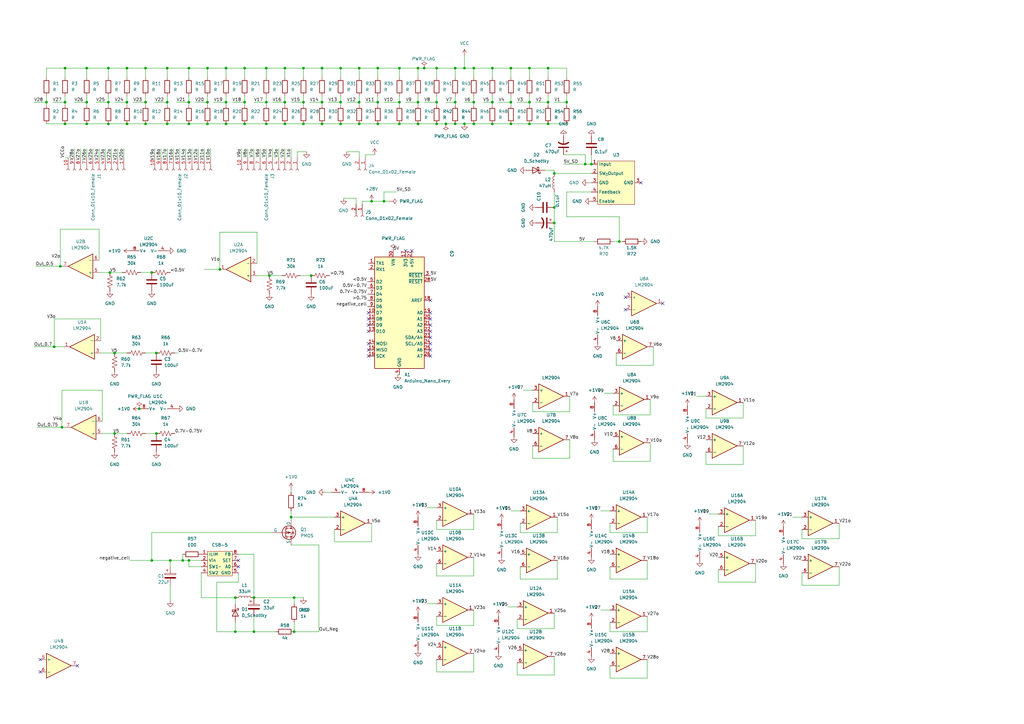
<source format=kicad_sch>
(kicad_sch (version 20230121) (generator eeschema)
  (paper "A3")
  (junction (at 109.22 50.8))
  (junction (at 57.15 167.64))
  (junction (at 85.09 50.8))
  (junction (at 68.58 27.94))
  (junction (at 217.17 50.8))
  (junction (at 217.17 27.94))
  (junction (at 240.03 67.31))
  (junction (at 26.67 41.91))
  (junction (at 26.67 27.94))
  (junction (at 68.58 41.91))
  (junction (at 224.79 50.8))
  (junction (at 139.7 50.8))
  (junction (at 59.69 41.91))
  (junction (at 77.47 41.91))
  (junction (at 201.93 50.8))
  (junction (at 59.69 50.8))
  (junction (at 90.17 110.49))
  (junction (at 147.32 27.94))
  (junction (at 92.71 27.94))
  (junction (at 116.84 27.94))
  (junction (at 52.07 50.8))
  (junction (at 154.94 50.8))
  (junction (at 109.22 41.91))
  (junction (at 52.07 27.94))
  (junction (at 120.65 245.11))
  (junction (at 227.33 71.12))
  (junction (at 45.085 111.76))
  (junction (at 179.07 50.8))
  (junction (at 52.07 41.91))
  (junction (at 209.55 27.94))
  (junction (at 100.33 50.8))
  (junction (at 35.56 27.94))
  (junction (at 171.45 41.91))
  (junction (at 77.47 50.8))
  (junction (at 64.135 177.8))
  (junction (at 124.46 27.94))
  (junction (at 85.09 41.91))
  (junction (at 154.94 41.91))
  (junction (at 157.48 82.55))
  (junction (at 201.93 27.94))
  (junction (at 24.765 109.22))
  (junction (at 194.31 27.94))
  (junction (at 147.32 41.91))
  (junction (at 194.31 50.8))
  (junction (at 147.32 50.8))
  (junction (at 44.45 41.91))
  (junction (at 154.94 27.94))
  (junction (at 186.69 27.94))
  (junction (at 109.22 27.94))
  (junction (at 217.17 41.91))
  (junction (at 25.4 175.26))
  (junction (at 132.08 27.94))
  (junction (at 182.88 50.8))
  (junction (at 186.69 50.8))
  (junction (at 96.52 259.08))
  (junction (at 152.4 82.55))
  (junction (at 77.47 27.94))
  (junction (at 62.23 111.76))
  (junction (at 74.93 229.87))
  (junction (at 179.07 41.91))
  (junction (at 232.41 41.91))
  (junction (at 132.08 50.8))
  (junction (at 46.99 144.78))
  (junction (at 110.49 113.03))
  (junction (at 190.5 50.8))
  (junction (at 139.7 41.91))
  (junction (at 22.225 142.24))
  (junction (at 62.23 229.87))
  (junction (at 227.33 91.44))
  (junction (at 104.14 245.11))
  (junction (at 26.67 50.8))
  (junction (at 190.5 27.94))
  (junction (at 116.84 41.91))
  (junction (at 163.83 50.8))
  (junction (at 116.84 50.8))
  (junction (at 35.56 41.91))
  (junction (at 209.55 41.91))
  (junction (at 171.45 27.94))
  (junction (at 139.7 27.94))
  (junction (at 163.83 27.94))
  (junction (at 242.57 67.31))
  (junction (at 92.71 50.8))
  (junction (at 68.58 50.8))
  (junction (at 132.08 41.91))
  (junction (at 77.47 229.87))
  (junction (at 124.46 50.8))
  (junction (at 64.135 144.78))
  (junction (at 201.93 41.91))
  (junction (at 224.79 41.91))
  (junction (at 173.99 27.94))
  (junction (at 254 99.06))
  (junction (at 92.71 41.91))
  (junction (at 120.65 259.08))
  (junction (at 104.14 259.08))
  (junction (at 163.83 41.91))
  (junction (at 179.07 27.94))
  (junction (at 100.33 27.94))
  (junction (at 44.45 27.94))
  (junction (at 85.09 27.94))
  (junction (at 59.69 27.94))
  (junction (at 171.45 50.8))
  (junction (at 127.635 113.03))
  (junction (at 100.33 41.91))
  (junction (at 19.05 41.91))
  (junction (at 96.52 245.11))
  (junction (at 44.45 50.8))
  (junction (at 224.79 27.94))
  (junction (at 35.56 50.8))
  (junction (at 194.31 41.91))
  (junction (at 46.99 177.8))
  (junction (at 209.55 50.8))
  (junction (at 69.85 229.87))
  (junction (at 124.46 41.91))
  (junction (at 227.33 85.09))
  (junction (at 119.38 212.09))
  (junction (at 186.69 41.91))
  (no_connect (at 16.51 275.59))
  (no_connect (at 262.89 74.93))
  (no_connect (at 176.53 140.97))
  (no_connect (at 151.13 140.97))
  (no_connect (at 31.75 273.05))
  (no_connect (at 176.53 133.35))
  (no_connect (at 97.79 232.41))
  (no_connect (at 176.53 128.27))
  (no_connect (at 151.13 146.05))
  (no_connect (at 256.54 127))
  (no_connect (at 16.51 270.51))
  (no_connect (at 151.13 135.89))
  (no_connect (at 151.13 128.27))
  (no_connect (at 151.13 130.81))
  (no_connect (at 151.13 133.35))
  (no_connect (at 166.37 102.87))
  (no_connect (at 176.53 135.89))
  (no_connect (at 176.53 143.51))
  (no_connect (at 168.91 102.87))
  (no_connect (at 176.53 146.05))
  (no_connect (at 256.54 121.92))
  (no_connect (at 176.53 123.19))
  (no_connect (at 176.53 130.81))
  (no_connect (at 151.13 143.51))
  (no_connect (at 176.53 138.43))
  (no_connect (at 271.78 124.46))
  (no_connect (at 97.79 229.87))
  (wire (pts (xy 223.52 69.85) (xy 227.33 69.85)))
  (wire (pts (xy 328.93 240.03) (xy 344.17 240.03)))
  (wire (pts (xy 62.23 229.87) (xy 69.85 229.87)))
  (wire (pts (xy 26.67 175.26) (xy 25.4 175.26)))
  (wire (pts (xy 81.28 60.96) (xy 81.28 64.77)))
  (wire (pts (xy 105.41 113.03) (xy 110.49 113.03)))
  (wire (pts (xy 265.43 278.13) (xy 265.43 270.51)))
  (wire (pts (xy 46.99 144.78) (xy 52.07 144.78)))
  (wire (pts (xy 132.08 27.94) (xy 132.08 31.75)))
  (wire (pts (xy 153.67 63.5) (xy 149.86 63.5)))
  (wire (pts (xy 265.43 237.49) (xy 265.43 229.87)))
  (wire (pts (xy 116.84 27.94) (xy 116.84 31.75)))
  (wire (pts (xy 182.88 50.8) (xy 186.69 50.8)))
  (wire (pts (xy 41.275 144.78) (xy 46.99 144.78)))
  (wire (pts (xy 209.55 27.94) (xy 217.17 27.94)))
  (wire (pts (xy 194.31 256.54) (xy 194.31 250.19)))
  (wire (pts (xy 233.68 187.96) (xy 233.68 180.34)))
  (wire (pts (xy 294.64 219.71) (xy 309.88 219.71)))
  (wire (pts (xy 100.33 27.94) (xy 109.22 27.94)))
  (wire (pts (xy 309.88 219.71) (xy 309.88 213.36)))
  (wire (pts (xy 232.41 88.9) (xy 254 88.9)))
  (wire (pts (xy 116.84 27.94) (xy 124.46 27.94)))
  (wire (pts (xy 106.68 60.96) (xy 106.68 64.77)))
  (wire (pts (xy 62.23 229.87) (xy 62.23 218.44)))
  (wire (pts (xy 80.01 41.91) (xy 85.09 41.91)))
  (wire (pts (xy 242.57 78.74) (xy 232.41 78.74)))
  (wire (pts (xy 22.225 142.24) (xy 26.035 142.24)))
  (wire (pts (xy 92.71 27.94) (xy 100.33 27.94)))
  (wire (pts (xy 82.55 245.11) (xy 82.55 234.95)))
  (wire (pts (xy 97.79 227.33) (xy 104.14 227.33)))
  (wire (pts (xy 95.25 41.91) (xy 100.33 41.91)))
  (wire (pts (xy 40.64 93.98) (xy 24.765 93.98)))
  (wire (pts (xy 250.19 278.13) (xy 265.43 278.13)))
  (wire (pts (xy 59.69 27.94) (xy 59.69 31.75)))
  (wire (pts (xy 26.67 64.77) (xy 27.94 64.77)))
  (wire (pts (xy 26.67 41.91) (xy 26.67 43.18)))
  (wire (pts (xy 154.94 27.94) (xy 163.83 27.94)))
  (wire (pts (xy 119.38 212.09) (xy 119.38 213.36)))
  (wire (pts (xy 179.07 39.37) (xy 179.07 41.91)))
  (wire (pts (xy 344.17 240.03) (xy 344.17 232.41)))
  (wire (pts (xy 100.33 27.94) (xy 100.33 31.75)))
  (wire (pts (xy 22.225 130.81) (xy 22.225 142.24)))
  (wire (pts (xy 74.93 229.87) (xy 77.47 229.87)))
  (wire (pts (xy 35.56 27.94) (xy 44.45 27.94)))
  (wire (pts (xy 179.07 213.36) (xy 179.07 217.17)))
  (wire (pts (xy 77.47 27.94) (xy 85.09 27.94)))
  (wire (pts (xy 190.5 22.86) (xy 190.5 27.94)))
  (wire (pts (xy 48.26 60.96) (xy 48.26 64.77)))
  (wire (pts (xy 88.9 238.76) (xy 88.9 259.08)))
  (wire (pts (xy 120.65 245.11) (xy 120.65 247.65)))
  (wire (pts (xy 218.44 168.91) (xy 233.68 168.91)))
  (wire (pts (xy 186.69 41.91) (xy 186.69 43.18)))
  (wire (pts (xy 96.52 259.08) (xy 104.14 259.08)))
  (wire (pts (xy 171.45 41.91) (xy 171.45 43.18)))
  (wire (pts (xy 212.09 257.81) (xy 227.33 257.81)))
  (wire (pts (xy 109.22 39.37) (xy 109.22 41.91)))
  (wire (pts (xy 26.67 39.37) (xy 26.67 41.91)))
  (wire (pts (xy 294.64 238.76) (xy 309.88 238.76)))
  (wire (pts (xy 154.94 27.94) (xy 154.94 31.75)))
  (wire (pts (xy 149.86 41.91) (xy 154.94 41.91)))
  (wire (pts (xy 139.7 27.94) (xy 139.7 31.75)))
  (wire (pts (xy 179.07 41.91) (xy 179.07 43.18)))
  (wire (pts (xy 39.37 41.91) (xy 44.45 41.91)))
  (wire (pts (xy 124.46 27.94) (xy 124.46 31.75)))
  (wire (pts (xy 252.73 149.86) (xy 267.97 149.86)))
  (wire (pts (xy 194.31 39.37) (xy 194.31 41.91)))
  (wire (pts (xy 142.24 62.23) (xy 147.32 62.23)))
  (wire (pts (xy 19.05 27.94) (xy 26.67 27.94)))
  (wire (pts (xy 209.55 27.94) (xy 209.55 31.75)))
  (wire (pts (xy 52.07 27.94) (xy 59.69 27.94)))
  (wire (pts (xy 171.45 27.94) (xy 171.45 31.75)))
  (wire (pts (xy 132.08 27.94) (xy 139.7 27.94)))
  (wire (pts (xy 227.33 41.91) (xy 232.41 41.91)))
  (wire (pts (xy 92.71 39.37) (xy 92.71 41.91)))
  (wire (pts (xy 289.56 171.45) (xy 304.8 171.45)))
  (wire (pts (xy 41.91 177.8) (xy 46.99 177.8)))
  (wire (pts (xy 46.99 177.8) (xy 52.07 177.8)))
  (wire (pts (xy 147.32 27.94) (xy 154.94 27.94)))
  (wire (pts (xy 68.58 50.8) (xy 77.47 50.8)))
  (wire (pts (xy 246.38 209.55) (xy 250.19 209.55)))
  (wire (pts (xy 68.58 27.94) (xy 68.58 31.75)))
  (wire (pts (xy 186.69 39.37) (xy 186.69 41.91)))
  (wire (pts (xy 194.31 27.94) (xy 201.93 27.94)))
  (wire (pts (xy 77.47 39.37) (xy 77.47 41.91)))
  (wire (pts (xy 50.8 60.96) (xy 50.8 64.77)))
  (wire (pts (xy 328.93 220.98) (xy 344.17 220.98)))
  (wire (pts (xy 110.49 113.03) (xy 115.57 113.03)))
  (wire (pts (xy 130.81 259.08) (xy 130.81 223.52)))
  (wire (pts (xy 69.85 229.87) (xy 69.85 232.41)))
  (wire (pts (xy 90.17 95.25) (xy 90.17 110.49)))
  (wire (pts (xy 99.06 60.96) (xy 99.06 64.77)))
  (wire (pts (xy 224.79 39.37) (xy 224.79 41.91)))
  (wire (pts (xy 250.19 255.27) (xy 250.19 259.08)))
  (wire (pts (xy 147.32 41.91) (xy 147.32 43.18)))
  (wire (pts (xy 204.47 41.91) (xy 209.55 41.91)))
  (wire (pts (xy 328.93 234.95) (xy 328.93 240.03)))
  (wire (pts (xy 44.45 27.94) (xy 44.45 31.75)))
  (wire (pts (xy 45.72 60.96) (xy 45.72 64.77)))
  (wire (pts (xy 179.07 270.51) (xy 179.07 275.59)))
  (wire (pts (xy 154.94 50.8) (xy 163.83 50.8)))
  (wire (pts (xy 85.09 41.91) (xy 85.09 43.18)))
  (wire (pts (xy 100.33 41.91) (xy 100.33 43.18)))
  (wire (pts (xy 163.83 153.67) (xy 163.195 153.67)))
  (wire (pts (xy 151.13 125.73) (xy 150.495 125.73)))
  (wire (pts (xy 19.05 50.8) (xy 26.67 50.8)))
  (wire (pts (xy 97.79 234.95) (xy 97.79 238.76)))
  (wire (pts (xy 119.38 200.66) (xy 119.38 201.93)))
  (wire (pts (xy 157.48 82.55) (xy 160.02 82.55)))
  (wire (pts (xy 44.45 50.8) (xy 52.07 50.8)))
  (wire (pts (xy 198.12 41.91) (xy 201.93 41.91)))
  (wire (pts (xy 328.93 217.17) (xy 328.93 220.98)))
  (wire (pts (xy 121.92 62.23) (xy 121.92 64.77)))
  (wire (pts (xy 130.81 223.52) (xy 119.38 223.52)))
  (wire (pts (xy 92.71 50.8) (xy 100.33 50.8)))
  (wire (pts (xy 251.46 99.06) (xy 254 99.06)))
  (wire (pts (xy 173.99 41.91) (xy 179.07 41.91)))
  (wire (pts (xy 35.56 41.91) (xy 35.56 43.18)))
  (wire (pts (xy 41.275 130.81) (xy 41.275 139.7)))
  (wire (pts (xy 44.45 41.91) (xy 44.45 43.18)))
  (wire (pts (xy 201.93 27.94) (xy 201.93 31.75)))
  (wire (pts (xy 109.22 50.8) (xy 116.84 50.8)))
  (wire (pts (xy 213.36 232.41) (xy 213.36 237.49)))
  (wire (pts (xy 267.97 149.86) (xy 267.97 142.24)))
  (wire (pts (xy 231.14 67.31) (xy 240.03 67.31)))
  (wire (pts (xy 22.225 130.81) (xy 41.275 130.81)))
  (wire (pts (xy 251.46 166.37) (xy 251.46 170.18)))
  (wire (pts (xy 227.33 85.09) (xy 227.33 91.44)))
  (wire (pts (xy 227.33 99.06) (xy 243.84 99.06)))
  (wire (pts (xy 190.5 50.8) (xy 194.31 50.8)))
  (wire (pts (xy 217.17 50.8) (xy 224.79 50.8)))
  (wire (pts (xy 290.83 210.82) (xy 294.64 210.82)))
  (wire (pts (xy 251.46 170.18) (xy 266.7 170.18)))
  (wire (pts (xy 52.07 50.8) (xy 59.69 50.8)))
  (wire (pts (xy 224.79 27.94) (xy 232.41 27.94)))
  (wire (pts (xy 71.12 60.96) (xy 71.12 64.77)))
  (wire (pts (xy 218.44 165.1) (xy 218.44 168.91)))
  (wire (pts (xy 88.9 259.08) (xy 96.52 259.08)))
  (wire (pts (xy 124.46 39.37) (xy 124.46 41.91)))
  (wire (pts (xy 45.085 111.76) (xy 50.165 111.76)))
  (wire (pts (xy 201.93 41.91) (xy 201.93 43.18)))
  (wire (pts (xy 52.07 27.94) (xy 52.07 31.75)))
  (wire (pts (xy 96.52 255.27) (xy 96.52 259.08)))
  (wire (pts (xy 232.41 39.37) (xy 232.41 41.91)))
  (wire (pts (xy 44.45 27.94) (xy 52.07 27.94)))
  (wire (pts (xy 163.83 50.8) (xy 171.45 50.8)))
  (wire (pts (xy 15.24 175.26) (xy 25.4 175.26)))
  (wire (pts (xy 137.16 217.17) (xy 137.16 222.25)))
  (wire (pts (xy 78.74 60.96) (xy 78.74 64.77)))
  (wire (pts (xy 175.26 247.65) (xy 179.07 247.65)))
  (wire (pts (xy 251.46 189.23) (xy 266.7 189.23)))
  (wire (pts (xy 194.31 217.17) (xy 194.31 210.82)))
  (wire (pts (xy 62.23 218.44) (xy 111.76 218.44)))
  (wire (pts (xy 21.59 41.91) (xy 26.67 41.91)))
  (wire (pts (xy 250.19 218.44) (xy 265.43 218.44)))
  (wire (pts (xy 77.47 232.41) (xy 82.55 232.41)))
  (wire (pts (xy 77.47 41.91) (xy 77.47 43.18)))
  (wire (pts (xy 77.47 50.8) (xy 85.09 50.8)))
  (wire (pts (xy 85.09 27.94) (xy 85.09 31.75)))
  (wire (pts (xy 201.93 39.37) (xy 201.93 41.91)))
  (wire (pts (xy 57.785 111.76) (xy 62.23 111.76)))
  (wire (pts (xy 30.48 41.91) (xy 35.56 41.91)))
  (wire (pts (xy 148.59 82.55) (xy 148.59 83.82)))
  (wire (pts (xy 217.17 41.91) (xy 217.17 43.18)))
  (wire (pts (xy 105.41 107.95) (xy 105.41 95.25)))
  (wire (pts (xy 19.05 41.91) (xy 19.05 43.18)))
  (wire (pts (xy 35.56 50.8) (xy 44.45 50.8)))
  (wire (pts (xy 179.07 27.94) (xy 179.07 31.75)))
  (wire (pts (xy 124.46 50.8) (xy 132.08 50.8)))
  (wire (pts (xy 40.64 111.76) (xy 45.085 111.76)))
  (wire (pts (xy 68.58 60.96) (xy 68.58 64.77)))
  (wire (pts (xy 232.41 41.91) (xy 232.41 43.18)))
  (wire (pts (xy 116.84 60.96) (xy 116.84 64.77)))
  (wire (pts (xy 241.3 74.93) (xy 242.57 74.93)))
  (wire (pts (xy 289.56 190.5) (xy 304.8 190.5)))
  (wire (pts (xy 209.55 209.55) (xy 213.36 209.55)))
  (wire (pts (xy 232.41 78.74) (xy 232.41 88.9)))
  (wire (pts (xy 252.73 144.78) (xy 252.73 149.86)))
  (wire (pts (xy 52.07 41.91) (xy 52.07 43.18)))
  (wire (pts (xy 54.61 41.91) (xy 59.69 41.91)))
  (wire (pts (xy 147.32 50.8) (xy 154.94 50.8)))
  (wire (pts (xy 179.07 256.54) (xy 194.31 256.54)))
  (wire (pts (xy 132.08 50.8) (xy 139.7 50.8)))
  (wire (pts (xy 59.69 144.78) (xy 64.135 144.78)))
  (wire (pts (xy 124.46 41.91) (xy 124.46 43.18)))
  (wire (pts (xy 63.5 41.91) (xy 68.58 41.91)))
  (wire (pts (xy 119.38 41.91) (xy 124.46 41.91)))
  (wire (pts (xy 133.35 201.93) (xy 135.89 201.93)))
  (wire (pts (xy 173.99 27.94) (xy 179.07 27.94)))
  (wire (pts (xy 182.88 41.91) (xy 186.69 41.91)))
  (wire (pts (xy 214.63 160.02) (xy 218.44 160.02)))
  (wire (pts (xy 289.56 185.42) (xy 289.56 190.5)))
  (wire (pts (xy 123.19 113.03) (xy 127.635 113.03)))
  (wire (pts (xy 250.19 259.08) (xy 265.43 259.08)))
  (wire (pts (xy 217.17 27.94) (xy 217.17 31.75)))
  (wire (pts (xy 137.16 222.25) (xy 152.4 222.25)))
  (wire (pts (xy 111.76 60.96) (xy 111.76 64.77)))
  (wire (pts (xy 68.58 39.37) (xy 68.58 41.91)))
  (wire (pts (xy 227.33 257.81) (xy 227.33 251.46)))
  (wire (pts (xy 104.14 41.91) (xy 109.22 41.91)))
  (wire (pts (xy 250.19 232.41) (xy 250.19 237.49)))
  (wire (pts (xy 166.37 41.91) (xy 171.45 41.91)))
  (wire (pts (xy 194.31 27.94) (xy 194.31 31.75)))
  (wire (pts (xy 147.32 62.23) (xy 147.32 64.77)))
  (wire (pts (xy 140.97 81.28) (xy 146.05 81.28)))
  (wire (pts (xy 152.4 82.55) (xy 157.48 82.55)))
  (wire (pts (xy 19.05 39.37) (xy 19.05 41.91)))
  (wire (pts (xy 162.56 78.74) (xy 157.48 78.74)))
  (wire (pts (xy 152.4 222.25) (xy 152.4 214.63)))
  (wire (pts (xy 35.56 27.94) (xy 35.56 31.75)))
  (wire (pts (xy 304.8 190.5) (xy 304.8 182.88)))
  (wire (pts (xy 109.22 27.94) (xy 109.22 31.75)))
  (wire (pts (xy 104.14 252.73) (xy 104.14 259.08)))
  (wire (pts (xy 209.55 39.37) (xy 209.55 41.91)))
  (wire (pts (xy 265.43 259.08) (xy 265.43 252.73)))
  (wire (pts (xy 218.44 187.96) (xy 233.68 187.96)))
  (wire (pts (xy 157.48 41.91) (xy 163.83 41.91)))
  (wire (pts (xy 59.69 177.8) (xy 64.135 177.8)))
  (wire (pts (xy 26.67 27.94) (xy 35.56 27.94)))
  (wire (pts (xy 77.47 27.94) (xy 77.47 31.75)))
  (wire (pts (xy 26.67 27.94) (xy 26.67 31.75)))
  (wire (pts (xy 227.33 276.86) (xy 227.33 269.24)))
  (wire (pts (xy 304.8 171.45) (xy 304.8 165.1)))
  (wire (pts (xy 309.88 238.76) (xy 309.88 231.14)))
  (wire (pts (xy 232.41 27.94) (xy 232.41 31.75)))
  (wire (pts (xy 72.39 41.91) (xy 77.47 41.91)))
  (wire (pts (xy 87.63 41.91) (xy 92.71 41.91)))
  (wire (pts (xy 233.68 168.91) (xy 233.68 162.56)))
  (wire (pts (xy 53.34 229.87) (xy 62.23 229.87)))
  (wire (pts (xy 104.14 227.33) (xy 104.14 245.11)))
  (wire (pts (xy 194.31 236.22) (xy 194.31 228.6)))
  (wire (pts (xy 43.18 60.96) (xy 43.18 64.77)))
  (wire (pts (xy 266.7 170.18) (xy 266.7 163.83)))
  (wire (pts (xy 154.94 41.91) (xy 154.94 43.18)))
  (wire (pts (xy 33.02 60.96) (xy 33.02 64.77)))
  (wire (pts (xy 83.82 110.49) (xy 90.17 110.49)))
  (wire (pts (xy 86.36 60.96) (xy 86.36 64.77)))
  (wire (pts (xy 209.55 50.8) (xy 217.17 50.8)))
  (wire (pts (xy 13.97 41.91) (xy 19.05 41.91)))
  (wire (pts (xy 151.13 115.57) (xy 150.495 115.57)))
  (wire (pts (xy 120.65 255.27) (xy 120.65 259.08)))
  (wire (pts (xy 228.6 237.49) (xy 228.6 229.87)))
  (wire (pts (xy 149.86 63.5) (xy 149.86 64.77)))
  (wire (pts (xy 134.62 41.91) (xy 139.7 41.91)))
  (wire (pts (xy 344.17 220.98) (xy 344.17 214.63)))
  (wire (pts (xy 224.79 50.8) (xy 232.41 50.8)))
  (wire (pts (xy 251.46 184.15) (xy 251.46 189.23)))
  (wire (pts (xy 24.765 93.98) (xy 24.765 109.22)))
  (wire (pts (xy 254 88.9) (xy 254 99.06)))
  (wire (pts (xy 163.83 39.37) (xy 163.83 41.91)))
  (wire (pts (xy 35.56 39.37) (xy 35.56 41.91)))
  (wire (pts (xy 224.79 41.91) (xy 224.79 43.18)))
  (wire (pts (xy 77.47 229.87) (xy 82.55 229.87)))
  (wire (pts (xy 194.31 275.59) (xy 194.31 267.97)))
  (wire (pts (xy 194.31 41.91) (xy 194.31 43.18)))
  (wire (pts (xy 114.3 60.96) (xy 114.3 64.77)))
  (wire (pts (xy 217.17 39.37) (xy 217.17 41.91)))
  (wire (pts (xy 105.41 95.25) (xy 90.17 95.25)))
  (wire (pts (xy 44.45 39.37) (xy 44.45 41.91)))
  (wire (pts (xy 111.76 41.91) (xy 116.84 41.91)))
  (wire (pts (xy 227.33 78.74) (xy 227.33 85.09)))
  (wire (pts (xy 224.79 27.94) (xy 224.79 31.75)))
  (wire (pts (xy 124.46 27.94) (xy 132.08 27.94)))
  (wire (pts (xy 139.7 41.91) (xy 139.7 43.18)))
  (wire (pts (xy 26.67 50.8) (xy 35.56 50.8)))
  (wire (pts (xy 265.43 218.44) (xy 265.43 212.09)))
  (wire (pts (xy 132.08 41.91) (xy 132.08 43.18)))
  (wire (pts (xy 179.07 275.59) (xy 194.31 275.59)))
  (wire (pts (xy 92.71 41.91) (xy 92.71 43.18)))
  (wire (pts (xy 227.33 91.44) (xy 227.33 99.06)))
  (wire (pts (xy 240.03 63.5) (xy 240.03 67.31)))
  (wire (pts (xy 250.19 214.63) (xy 250.19 218.44)))
  (wire (pts (xy 179.07 27.94) (xy 186.69 27.94)))
  (wire (pts (xy 154.94 39.37) (xy 154.94 41.91)))
  (wire (pts (xy 325.12 212.09) (xy 328.93 212.09)))
  (wire (pts (xy 186.69 27.94) (xy 186.69 31.75)))
  (wire (pts (xy 212.09 276.86) (xy 227.33 276.86)))
  (wire (pts (xy 213.36 237.49) (xy 228.6 237.49)))
  (wire (pts (xy 66.04 60.96) (xy 66.04 64.77)))
  (wire (pts (xy 100.33 39.37) (xy 100.33 41.91)))
  (wire (pts (xy 218.44 182.88) (xy 218.44 187.96)))
  (wire (pts (xy 163.83 27.94) (xy 171.45 27.94)))
  (wire (pts (xy 41.91 160.02) (xy 25.4 160.02)))
  (wire (pts (xy 63.5 60.96) (xy 63.5 64.77)))
  (wire (pts (xy 266.7 189.23) (xy 266.7 181.61)))
  (wire (pts (xy 30.48 60.96) (xy 30.48 64.77)))
  (wire (pts (xy 25.4 160.02) (xy 25.4 175.26)))
  (wire (pts (xy 104.14 245.11) (xy 120.65 245.11)))
  (wire (pts (xy 231.14 63.5) (xy 240.03 63.5)))
  (wire (pts (xy 201.93 27.94) (xy 209.55 27.94)))
  (wire (pts (xy 83.82 60.96) (xy 83.82 64.77)))
  (wire (pts (xy 120.65 259.08) (xy 130.81 259.08)))
  (wire (pts (xy 73.025 144.78) (xy 71.755 144.78)))
  (wire (pts (xy 85.09 50.8) (xy 92.71 50.8)))
  (wire (pts (xy 213.36 214.63) (xy 213.36 218.44)))
  (wire (pts (xy 151.13 123.19) (xy 150.495 123.19)))
  (wire (pts (xy 127 41.91) (xy 132.08 41.91)))
  (wire (pts (xy 175.26 208.28) (xy 179.07 208.28)))
  (wire (pts (xy 194.31 50.8) (xy 201.93 50.8)))
  (wire (pts (xy 190.5 27.94) (xy 194.31 27.94)))
  (wire (pts (xy 219.71 41.91) (xy 224.79 41.91)))
  (wire (pts (xy 190.5 41.91) (xy 194.31 41.91)))
  (wire (pts (xy 119.38 60.96) (xy 119.38 64.77)))
  (wire (pts (xy 163.83 41.91) (xy 163.83 43.18)))
  (wire (pts (xy 52.07 39.37) (xy 52.07 41.91)))
  (wire (pts (xy 179.07 50.8) (xy 182.88 50.8)))
  (wire (pts (xy 151.13 118.11) (xy 150.495 118.11)))
  (wire (pts (xy 139.7 50.8) (xy 147.32 50.8)))
  (wire (pts (xy 82.55 245.11) (xy 96.52 245.11)))
  (wire (pts (xy 250.19 273.05) (xy 250.19 278.13)))
  (wire (pts (xy 146.05 81.28) (xy 146.05 83.82)))
  (wire (pts (xy 147.32 27.94) (xy 147.32 31.75)))
  (wire (pts (xy 132.08 39.37) (xy 132.08 41.91)))
  (wire (pts (xy 24.765 109.22) (xy 25.4 109.22)))
  (wire (pts (xy 186.69 27.94) (xy 190.5 27.94)))
  (wire (pts (xy 109.22 60.96) (xy 109.22 64.77)))
  (wire (pts (xy 14.605 109.22) (xy 24.765 109.22)))
  (wire (pts (xy 152.4 82.55) (xy 148.59 82.55)))
  (wire (pts (xy 116.84 39.37) (xy 116.84 41.91)))
  (wire (pts (xy 40.64 106.68) (xy 40.64 93.98)))
  (wire (pts (xy 171.45 27.94) (xy 173.99 27.94)))
  (wire (pts (xy 208.28 248.92) (xy 212.09 248.92)))
  (wire (pts (xy 186.69 50.8) (xy 190.5 50.8)))
  (wire (pts (xy 213.36 218.44) (xy 228.6 218.44)))
  (wire (pts (xy 35.56 60.96) (xy 35.56 64.77)))
  (wire (pts (xy 289.56 167.64) (xy 289.56 171.45)))
  (wire (pts (xy 247.65 161.29) (xy 251.46 161.29)))
  (wire (pts (xy 250.19 237.49) (xy 265.43 237.49)))
  (wire (pts (xy 212.09 271.78) (xy 212.09 276.86)))
  (wire (pts (xy 59.69 41.91) (xy 59.69 43.18)))
  (wire (pts (xy 240.03 67.31) (xy 242.57 67.31)))
  (wire (pts (xy 246.38 250.19) (xy 250.19 250.19)))
  (wire (pts (xy 209.55 41.91) (xy 209.55 43.18)))
  (wire (pts (xy 228.6 218.44) (xy 228.6 212.09)))
  (wire (pts (xy 13.97 142.24) (xy 22.225 142.24)))
  (wire (pts (xy 212.09 41.91) (xy 217.17 41.91)))
  (wire (pts (xy 217.17 27.94) (xy 224.79 27.94)))
  (wire (pts (xy 69.85 229.87) (xy 74.93 229.87)))
  (wire (pts (xy 19.05 27.94) (xy 19.05 31.75)))
  (wire (pts (xy 294.64 215.9) (xy 294.64 219.71)))
  (wire (pts (xy 163.83 27.94) (xy 163.83 31.75)))
  (wire (pts (xy 139.7 39.37) (xy 139.7 41.91)))
  (wire (pts (xy 73.66 60.96) (xy 73.66 64.77)))
  (wire (pts (xy 97.79 238.76) (xy 88.9 238.76)))
  (wire (pts (xy 101.6 60.96) (xy 101.6 64.77)))
  (wire (pts (xy 179.07 252.73) (xy 179.07 256.54)))
  (wire (pts (xy 151.13 120.65) (xy 150.495 120.65)))
  (wire (pts (xy 77.47 229.87) (xy 77.47 232.41)))
  (wire (pts (xy 85.09 39.37) (xy 85.09 41.91)))
  (wire (pts (xy 109.22 27.94) (xy 116.84 27.94)))
  (wire (pts (xy 104.14 60.96) (xy 104.14 64.77)))
  (wire (pts (xy 116.84 41.91) (xy 116.84 43.18)))
  (wire (pts (xy 139.7 27.94) (xy 147.32 27.94)))
  (wire (pts (xy 142.24 41.91) (xy 147.32 41.91)))
  (wire (pts (xy 179.07 217.17) (xy 194.31 217.17)))
  (wire (pts (xy 212.09 254) (xy 212.09 257.81)))
  (wire (pts (xy 179.07 236.22) (xy 194.31 236.22)))
  (wire (pts (xy 119.38 212.09) (xy 137.16 212.09)))
  (wire (pts (xy 116.84 50.8) (xy 124.46 50.8)))
  (wire (pts (xy 68.58 41.91) (xy 68.58 43.18)))
  (wire (pts (xy 171.45 39.37) (xy 171.45 41.91)))
  (wire (pts (xy 59.69 50.8) (xy 68.58 50.8)))
  (wire (pts (xy 254 99.06) (xy 255.27 99.06)))
  (wire (pts (xy 119.38 209.55) (xy 119.38 212.09)))
  (wire (pts (xy 69.85 240.03) (xy 69.85 246.38)))
  (wire (pts (xy 59.69 27.94) (xy 68.58 27.94)))
  (wire (pts (xy 76.2 60.96) (xy 76.2 64.77)))
  (wire (pts (xy 201.93 50.8) (xy 209.55 50.8)))
  (wire (pts (xy 68.58 27.94) (xy 77.47 27.94)))
  (wire (pts (xy 147.32 39.37) (xy 147.32 41.91)))
  (wire (pts (xy 227.33 69.85) (xy 227.33 71.12)))
  (wire (pts (xy 125.73 62.23) (xy 121.92 62.23)))
  (wire (pts (xy 40.64 60.96) (xy 40.64 64.77)))
  (wire (pts (xy 92.71 27.94) (xy 92.71 31.75)))
  (wire (pts (xy 104.14 259.08) (xy 113.03 259.08)))
  (wire (pts (xy 120.65 245.11) (xy 124.46 245.11)))
  (wire (pts (xy 227.33 71.12) (xy 242.57 71.12)))
  (wire (pts (xy 109.22 41.91) (xy 109.22 43.18)))
  (wire (pts (xy 46.99 41.91) (xy 52.07 41.91)))
  (wire (pts (xy 74.93 227.33) (xy 74.93 229.87)))
  (wire (pts (xy 59.69 39.37) (xy 59.69 41.91)))
  (wire (pts (xy 179.07 231.14) (xy 179.07 236.22)))
  (wire (pts (xy 96.52 245.11) (xy 96.52 247.65)))
  (wire (pts (xy 85.09 27.94) (xy 92.71 27.94)))
  (wire (pts (xy 294.64 233.68) (xy 294.64 238.76)))
  (wire (pts (xy 38.1 60.96) (xy 38.1 64.77)))
  (wire (pts (xy 157.48 78.74) (xy 157.48 82.55)))
  (wire (pts (xy 285.75 162.56) (xy 289.56 162.56)))
  (wire (pts (xy 41.91 172.72) (xy 41.91 160.02)))
  (wire (pts (xy 242.57 63.5) (xy 242.57 67.31)))
  (wire (pts (xy 171.45 50.8) (xy 179.07 50.8)))
  (wire (pts (xy 100.33 50.8) (xy 109.22 50.8)))
  (label "V24" (at 179.07 265.43 180))
  (label "0.7V-0.75V" (at 150.495 120.65 180))
  (label "V12o" (at 304.8 182.88 0))
  (label "V6o" (at 106.68 60.96 270))
  (label "V18o" (at 265.43 229.87 0))
  (label "V28" (at 250.19 267.97 180))
  (label "V15o" (at 228.6 212.09 0))
  (label "V9o" (at 266.7 163.83 0))
  (label "V14" (at 127 41.91 0))
  (label "V13o" (at 194.31 210.82 0))
  (label "V27" (at 246.38 250.19 180))
  (label "V17o" (at 68.58 60.96 270))
  (label "V7o" (at 104.14 60.96 270))
  (label "V18" (at 250.19 227.33 180))
  (label "V19" (at 290.83 210.82 180))
  (label "V16o" (at 228.6 229.87 0))
  (label "VCCo" (at 26.67 64.77 90))
  (label "V25" (at 208.28 248.92 180))
  (label "V16" (at 213.36 227.33 180))
  (label "V7" (at 214.63 160.02 180))
  (label "V6" (at 190.5 41.91 0))
  (label "V28o" (at 265.43 270.51 0))
  (label "V10o" (at 266.7 181.61 0))
  (label "V16o" (at 71.12 60.96 270))
  (label "V23" (at 175.26 247.65 180))
  (label "V21o" (at 48.26 60.96 270))
  (label "V11o" (at 304.8 165.1 0))
  (label "V28o" (at 30.48 60.96 270))
  (label "Out_0.5" (at 14.605 109.22 0))
  (label "V5" (at 109.6084 113.03 0))
  (label "V8o" (at 233.68 180.34 0))
  (label "V9" (at 166.37 41.91 0))
  (label "V9" (at 247.65 161.29 180))
  (label "V2o" (at 116.84 60.96 270))
  (label "V27o" (at 265.43 252.73 0))
  (label "V25" (at 39.37 41.91 0))
  (label "V14o" (at 76.2 60.96 270))
  (label "V21" (at 72.39 41.91 0))
  (label "V25o" (at 38.1 60.96 270))
  (label "5V_SD" (at 162.56 78.74 0))
  (label "V24o" (at 194.31 267.97 0))
  (label "V12o" (at 81.28 60.96 270))
  (label "V26o" (at 227.33 269.24 0))
  (label "V3o" (at 114.3 60.96 270))
  (label "V3" (at 212.09 41.91 0))
  (label "V13o" (at 78.74 60.96 270))
  (label "V1o" (at 90.17 107.315 180))
  (label "5V" (at 176.53 113.03 0))
  (label "V7" (at 182.88 41.91 0))
  (label "V5" (at 198.12 41.91 0))
  (label "V20o" (at 309.88 231.14 0))
  (label "V12" (at 289.56 180.34 180))
  (label "V2o" (at 24.765 106.045 180))
  (label "0.5V-0.7V" (at 73.025 144.78 0))
  (label "V12" (at 142.24 41.91 0))
  (label "V5" (at 45.6377 144.78 0))
  (label "V17" (at 104.14 41.91 0))
  (label "V10" (at 157.48 41.91 0))
  (label "V8o" (at 101.6 60.96 270))
  (label "V22" (at 328.93 229.87 180))
  (label "V26" (at 212.09 266.7 180))
  (label "5V" (at 237.49 99.06 0))
  (label "V17" (at 246.38 209.55 180))
  (label "<0.5V" (at 69.85 111.76 0))
  (label "V25o" (at 227.33 251.46 0))
  (label "V24o" (at 40.64 60.96 270))
  (label "V18" (at 95.25 41.91 0))
  (label "V4o" (at 25.4 172.72 180))
  (label "V4o" (at 111.76 60.96 270))
  (label "Out_0.7" (at 13.97 142.24 0))
  (label "V15o" (at 73.66 60.96 270))
  (label "V26o" (at 35.56 60.96 270))
  (label "V10" (at 251.46 179.07 180))
  (label ">0.75" (at 150.495 123.19 180))
  (label "V15" (at 119.38 41.91 0))
  (label ">0.75" (at 135.255 113.03 0))
  (label "V19" (at 87.63 41.91 0))
  (label "V14" (at 179.07 226.06 180))
  (label "V7o" (at 233.68 162.56 0))
  (label "V11o" (at 83.82 60.96 270))
  (label "V21" (at 325.12 212.09 180))
  (label "V18o" (at 66.04 60.96 270))
  (label "V15" (at 209.55 209.55 180))
  (label "V21o" (at 344.17 214.63 0))
  (label "V23" (at 54.61 41.91 0))
  (label "V22" (at 63.5 41.91 0))
  (label "0.7V-0.75V" (at 71.755 177.8 0))
  (label "V6" (at 252.73 139.7 180))
  (label "V20" (at 80.01 41.91 0))
  (label "V8" (at 218.44 177.8 180))
  (label "V27o" (at 33.02 60.96 270))
  (label "V19o" (at 63.5 60.96 270))
  (label "V5" (at 45.085 111.76 0))
  (label "V14o" (at 194.31 228.6 0))
  (label "V23o" (at 43.18 60.96 270))
  (label "negative_cell" (at 53.34 229.87 180))
  (label "5V" (at 176.53 115.57 0))
  (label "V13" (at 134.62 41.91 0))
  (label "V8" (at 173.99 41.91 0))
  (label "V17o" (at 265.43 212.09 0))
  (label "V5o" (at 152.4 214.63 0))
  (label "V22o" (at 344.17 232.41 0))
  (label "V24" (at 46.99 41.91 0))
  (label "V9o" (at 99.06 60.96 270))
  (label "V5o" (at 109.22 60.96 270))
  (label "negative_cell" (at 150.495 125.73 180))
  (label "V20" (at 294.64 228.6 180))
  (label "V2" (at 219.71 41.91 0))
  (label "V20o" (at 50.8 60.96 270))
  (label "V10o" (at 86.36 60.96 270))
  (label "0.5V-0.7V" (at 150.495 118.11 180))
  (label "V4" (at 204.47 41.91 0))
  (label "V13" (at 175.26 208.28 180))
  (label "V1" (at 227.33 41.91 0))
  (label "V11" (at 285.75 162.56 180))
  (label "V22o" (at 45.72 60.96 270))
  (label "V27" (at 21.59 41.91 0))
  (label "V28" (at 13.97 41.91 0))
  (label "V1o" (at 119.38 60.96 270))
  (label "5V_SD" (at 231.14 67.31 0))
  (label "V3o" (at 22.86 130.81 180))
  (label "V26" (at 30.48 41.91 0))
  (label "V19o" (at 309.88 213.36 0))
  (label "V11" (at 149.86 41.91 0))
  (label "V5" (at 46.4273 177.8 0))
  (label "Out_0.75" (at 15.24 175.26 0))
  (label "V16" (at 111.76 41.91 0))
  (label "5V" (at 161.29 102.87 0))
  (label "Out_Neg" (at 130.81 259.08 0))
  (label "<0.5V" (at 150.495 115.57 180))
  (label "V23o" (at 194.31 250.19 0))
  (label "V6o" (at 267.97 142.24 0))
  (symbol (lib_id "power:VCC") (at 153.67 63.5 0) (unit 1)
    (property "Reference" "#PWR04" (effects hide))
    (property "Value" "VCC" (at 153.67 58.42 0))
  )
  (symbol (lib_id "Amplifier_Operational:LM2904") (at 186.69 250.19 0) (unit 1)
    (property "Reference" "U11" (at 186.69 240.03 0))
    (property "Value" "LM2904" (at 186.69 242.57 0))
    (property "Datasheet" "http://www.ti.com/lit/ds/symlink/lm358.pdf" (effects hide))
  )
  (symbol (lib_id "Device:R") (at 201.93 35.56 0) (unit 1)
    (property "Reference" "R47" (at 204.47 34.2899 0) (effects (justify left)))
    (property "Value" "R" (at 204.47 36.8299 0) (effects (justify left)))
    (property "Footprint" "Resistor_SMD:R_0805_2012Metric" (effects hide))
  )
  (symbol (lib_name "GND_1") (lib_id "power:GND") (at 69.85 246.38 0) (unit 1)
    (property "Reference" "#PWR07" (effects hide))
    (property "Value" "GND" (at 69.85 251.46 0))
  )
  (symbol (lib_name "GND_11") (lib_id "power:GND") (at 210.82 179.07 0) (unit 1)
    (property "Reference" "#PWR035" (effects hide))
    (property "Value" "GND" (at 210.82 184.15 0))
  )
  (symbol (lib_id "Device:R") (at 201.93 46.99 0) (unit 1)
    (property "Reference" "R48" (at 204.47 45.7199 0) (effects (justify left)))
    (property "Value" "R" (at 204.47 48.2599 0) (effects (justify left)))
    (property "Footprint" "Resistor_SMD:R_0805_2012Metric" (effects hide))
  )
  (symbol (lib_id "Device:R") (at 35.56 46.99 0) (unit 1)
    (property "Reference" "R6" (at 38.1 45.7199 0) (effects (justify left)))
    (property "Value" "R" (at 38.1 48.2599 0) (effects (justify left)))
    (property "Footprint" "Resistor_SMD:R_0805_2012Metric" (effects hide))
  )
  (symbol (lib_id "Device:R") (at 100.33 46.99 0) (unit 1)
    (property "Reference" "R22" (at 102.87 45.7199 0) (effects (justify left)))
    (property "Value" "R" (at 102.87 48.2599 0) (effects (justify left)))
    (property "Footprint" "Resistor_SMD:R_0805_2012Metric" (effects hide))
  )
  (symbol (lib_id "Device:R") (at 179.07 46.99 0) (unit 1)
    (property "Reference" "R42" (at 181.61 45.7199 0) (effects (justify left)))
    (property "Value" "R" (at 181.61 48.2599 0) (effects (justify left)))
    (property "Footprint" "Resistor_SMD:R_0805_2012Metric" (effects hide))
  )
  (symbol (lib_name "GND_11") (lib_id "power:GND") (at 171.45 227.33 0) (unit 1)
    (property "Reference" "#PWR041" (effects hide))
    (property "Value" "GND" (at 171.45 232.41 0))
  )
  (symbol (lib_id "Device:R") (at 78.74 227.33 270) (unit 1)
    (property "Reference" "R57" (at 78.74 220.98 90))
    (property "Value" "100" (at 78.74 223.52 90))
    (property "Footprint" "Resistor_SMD:R_0603_1608Metric" (effects hide))
    (property "Datasheet" "https://www.seielect.com/catalog/sei-rmcf_rmcp.pdf" (effects hide))
  )
  (symbol (lib_id "Amplifier_Operational:LM2904") (at 34.29 175.26 180) (unit 2)
    (property "Reference" "U1" (at 34.29 165.1 0))
    (property "Value" "LM2904" (at 34.29 167.64 0))
    (property "Footprint" "Package_SO:SOIC-8_3.9x4.9mm_P1.27mm" (effects hide))
    (property "Datasheet" "http://www.ti.com/lit/ds/symlink/lm358.pdf" (effects hide))
  )
  (symbol (lib_id "Device:R") (at 59.69 35.56 0) (unit 1)
    (property "Reference" "R11" (at 62.23 34.2899 0) (effects (justify left)))
    (property "Value" "R" (at 62.23 36.8299 0) (effects (justify left)))
    (property "Footprint" "Resistor_SMD:R_0805_2012Metric" (effects hide))
  )
  (symbol (lib_id "power:VCC") (at 190.5 22.86 0) (unit 1)
    (property "Reference" "#PWR05" (effects hide))
    (property "Value" "VCC" (at 190.5 17.78 0))
  )
  (symbol (lib_id "power:+1V0") (at 171.45 212.09 0) (unit 1)
    (property "Reference" "#PWR040" (effects hide))
    (property "Value" "+1V0" (at 171.45 207.01 0))
  )
  (symbol (lib_id "Device:R") (at 186.69 46.99 0) (unit 1)
    (property "Reference" "R44" (at 189.23 45.7199 0) (effects (justify left)))
    (property "Value" "R" (at 189.23 48.2599 0) (effects (justify left)))
    (property "Footprint" "Resistor_SMD:R_0805_2012Metric" (effects hide))
  )
  (symbol (lib_id "power:GND") (at 127.635 120.65 0) (unit 1)
    (property "Reference" "#PWR022" (effects hide))
    (property "Value" "GND" (at 127.635 125.73 0))
  )
  (symbol (lib_id "Device:R") (at 217.17 35.56 0) (unit 1)
    (property "Reference" "R51" (at 219.71 34.2899 0) (effects (justify left)))
    (property "Value" "R" (at 219.71 36.8299 0) (effects (justify left)))
    (property "Footprint" "Resistor_SMD:R_0805_2012Metric" (effects hide))
  )
  (symbol (lib_id "Amplifier_Operational:LM2904") (at 220.98 212.09 0) (unit 1)
    (property "Reference" "U13" (at 220.98 201.93 0))
    (property "Value" "LM2904" (at 220.98 204.47 0))
    (property "Datasheet" "http://www.ti.com/lit/ds/symlink/lm358.pdf" (effects hide))
  )
  (symbol (lib_id "Device:R") (at 119.38 205.74 0) (unit 1)
    (property "Reference" "R74" (at 121.92 204.47 0) (effects (justify left)))
    (property "Value" "1k" (at 121.92 207.01 0) (effects (justify left)))
    (property "Footprint" "Resistor_SMD:R_0603_1608Metric" (effects hide))
    (property "Datasheet" "https://www.seielect.com/catalog/sei-rmcf_rmcp.pdf" (effects hide))
  )
  (symbol (lib_id "Amplifier_Operational:LM2904") (at 24.13 273.05 0) (unit 2)
    (property "Reference" "U4" (at 24.13 262.89 0))
    (property "Value" "LM2904" (at 24.13 265.43 0))
    (property "Datasheet" "http://www.ti.com/lit/ds/symlink/lm358.pdf" (effects hide))
  )
  (symbol (lib_name "GND_11") (lib_id "power:GND") (at 243.84 180.34 0) (unit 1)
    (property "Reference" "#PWR037" (effects hide))
    (property "Value" "GND" (at 243.84 185.42 0))
  )
  (symbol (lib_id "Amplifier_Operational:LM2904") (at 208.28 220.98 0) (unit 3)
    (property "Reference" "U13" (at 207.01 219.71 0) (effects (justify left)))
    (property "Value" "LM2904" (at 207.01 222.25 0) (effects (justify left)))
    (property "Datasheet" "http://www.ti.com/lit/ds/symlink/lm358.pdf" (effects hide))
  )
  (symbol (lib_id "Device:C") (at 127.635 116.84 0) (unit 1)
    (property "Reference" "C6" (at 130.81 115.5699 0) (effects (justify left)))
    (property "Value" "100uF" (at 130.81 118.1099 0) (effects (justify left)))
    (property "Footprint" "Capacitor_SMD:C_0805_2012Metric" (effects hide))
    (property "Datasheet" "https://www.digikey.ca/en/products/detail/murata-electronics/GRM21BR60G107ME11K/10701411" (effects hide))
  )
  (symbol (lib_id "power:GND") (at 140.97 81.28 0) (unit 1)
    (property "Reference" "#PWR0101" (effects hide))
    (property "Value" "GND" (at 140.97 86.36 0))
  )
  (symbol (lib_id "Device:R") (at 179.07 35.56 0) (unit 1)
    (property "Reference" "R41" (at 181.61 34.2899 0) (effects (justify left)))
    (property "Value" "R" (at 181.61 36.8299 0) (effects (justify left)))
    (property "Footprint" "Resistor_SMD:R_0805_2012Metric" (effects hide))
  )
  (symbol (lib_name "GND_9") (lib_id "power:GND") (at 262.89 99.06 90) (unit 1)
    (property "Reference" "#PWR024" (effects hide))
    (property "Value" "GND" (at 266.7 99.06 90) (effects (justify right)))
  )
  (symbol (lib_id "Device:R") (at 116.84 259.08 270) (unit 1)
    (property "Reference" "R58" (at 116.84 256.54 90))
    (property "Value" "4k" (at 116.84 261.62 90))
    (property "Footprint" "Resistor_SMD:R_0603_1608Metric" (effects hide))
    (property "Datasheet" "https://www.seielect.com/catalog/sei-rmcf_rmcp.pdf" (effects hide))
  )
  (symbol (lib_id "power:GND") (at 64.135 185.42 0) (unit 1)
    (property "Reference" "#PWR016" (effects hide))
    (property "Value" "GND" (at 64.135 190.5 0))
  )
  (symbol (lib_id "Amplifier_Operational:LM2904") (at 219.71 251.46 0) (unit 1)
    (property "Reference" "U12" (at 219.71 241.3 0))
    (property "Value" "LM2904" (at 219.71 243.84 0))
    (property "Datasheet" "http://www.ti.com/lit/ds/symlink/lm358.pdf" (effects hide))
  )
  (symbol (lib_id "Device:R") (at 139.7 35.56 0) (unit 1)
    (property "Reference" "R31" (at 142.24 34.2899 0) (effects (justify left)))
    (property "Value" "R" (at 142.24 36.8299 0) (effects (justify left)))
    (property "Footprint" "Resistor_SMD:R_0805_2012Metric" (effects hide))
  )
  (symbol (lib_id "Device:R") (at 92.71 35.56 0) (unit 1)
    (property "Reference" "R19" (at 95.25 34.2899 0) (effects (justify left)))
    (property "Value" "R" (at 95.25 36.8299 0) (effects (justify left)))
    (property "Footprint" "Resistor_SMD:R_0805_2012Metric" (effects hide))
  )
  (symbol (lib_id "Device:R") (at 132.08 35.56 0) (unit 1)
    (property "Reference" "R29" (at 134.62 34.2899 0) (effects (justify left)))
    (property "Value" "R" (at 134.62 36.8299 0) (effects (justify left)))
    (property "Footprint" "Resistor_SMD:R_0805_2012Metric" (effects hide))
  )
  (symbol (lib_id "Device:R") (at 232.41 46.99 0) (unit 1)
    (property "Reference" "R56" (at 234.95 45.7199 0) (effects (justify left)))
    (property "Value" "R" (at 234.95 48.2599 0) (effects (justify left)))
    (property "Footprint" "Resistor_SMD:R_0805_2012Metric" (effects hide))
  )
  (symbol (lib_id "Device:R_US") (at 55.88 144.78 90) (unit 1)
    (property "Reference" "R63" (at 55.88 138.43 90))
    (property "Value" "30k" (at 55.88 140.97 90))
    (property "Footprint" "Resistor_SMD:R_0603_1608Metric" (effects hide))
    (property "Datasheet" "https://industrial.panasonic.com/cdbs/www-data/pdf/RDM0000/AOA0000C307.pdf" (effects hide))
  )
  (symbol (lib_id "power:PWR_FLAG") (at 160.02 82.55 270) (unit 1)
    (property "Reference" "#FLG0101" (effects hide))
    (property "Value" "PWR_FLAG" (at 163.83 82.5499 90) (effects (justify left)))
  )
  (symbol (lib_id "Amplifier_Operational:LM2904") (at 264.16 124.46 0) (unit 1)
    (property "Reference" "U6" (at 264.16 114.3 0))
    (property "Value" "LM2904" (at 264.16 116.84 0))
    (property "Datasheet" "http://www.ti.com/lit/ds/symlink/lm358.pdf" (effects hide))
  )
  (symbol (lib_id "power:+1V0") (at 287.02 214.63 0) (unit 1)
    (property "Reference" "#PWR052" (effects hide))
    (property "Value" "+1V0" (at 287.02 209.55 0))
  )
  (symbol (lib_id "power:GND") (at 125.73 62.23 0) (unit 1)
    (property "Reference" "#PWR02" (effects hide))
    (property "Value" "GND" (at 125.73 67.31 0))
  )
  (symbol (lib_id "Amplifier_Operational:LM2904") (at 173.99 259.08 0) (unit 3)
    (property "Reference" "U11" (at 172.72 257.81 0) (effects (justify left)))
    (property "Value" "LM2904" (at 172.72 260.35 0) (effects (justify left)))
    (property "Datasheet" "http://www.ti.com/lit/ds/symlink/lm358.pdf" (effects hide))
  )
  (symbol (lib_id "Device:R") (at 224.79 35.56 0) (unit 1)
    (property "Reference" "R53" (at 227.33 34.2899 0) (effects (justify left)))
    (property "Value" "R" (at 227.33 36.8299 0) (effects (justify left)))
    (property "Footprint" "Resistor_SMD:R_0805_2012Metric" (effects hide))
  )
  (symbol (lib_id "power:+1V0") (at 119.38 200.66 0) (unit 1)
    (property "Reference" "#PWR028" (effects hide))
    (property "Value" "+1V0" (at 119.38 195.58 0))
  )
  (symbol (lib_id "Amplifier_Operational:LM2904") (at 302.26 231.14 0) (unit 2)
    (property "Reference" "U16" (at 302.26 220.98 0))
    (property "Value" "LM2904" (at 302.26 223.52 0))
    (property "Datasheet" "http://www.ti.com/lit/ds/symlink/lm358.pdf" (effects hide))
  )
  (symbol (lib_id "Amplifier_Operational:LM2904") (at 220.98 229.87 0) (unit 2)
    (property "Reference" "U13" (at 220.98 219.71 0))
    (property "Value" "LM2904" (at 220.98 222.25 0))
    (property "Datasheet" "http://www.ti.com/lit/ds/symlink/lm358.pdf" (effects hide))
  )
  (symbol (lib_id "power:+1V0") (at 210.82 163.83 0) (unit 1)
    (property "Reference" "#PWR034" (effects hide))
    (property "Value" "+1V0" (at 210.82 158.75 0))
  )
  (symbol (lib_id "Device:C") (at 64.135 148.59 0) (unit 1)
    (property "Reference" "C3" (at 67.31 147.3199 0) (effects (justify left)))
    (property "Value" "100uF" (at 67.31 149.8599 0) (effects (justify left)))
    (property "Footprint" "Capacitor_SMD:C_0805_2012Metric" (effects hide))
    (property "Datasheet" "https://www.digikey.ca/en/products/detail/murata-electronics/GRM21BR60G107ME11K/10701411" (effects hide))
  )
  (symbol (lib_id "Connector:Conn_01x02_Female") (at 149.86 69.85 270) (unit 1)
    (property "Reference" "J4" (at 151.13 67.9449 90) (effects (justify left)))
    (property "Value" "Conn_01x02_Female" (at 151.13 70.4849 90) (effects (justify left)))
    (property "Footprint" "Connector_Molex:Molex_Mini-Fit_Jr_5569-02A2_2x01_P4.20mm_Horizontal" (effects hide))
  )
  (symbol (lib_id "power:GND") (at 163.195 153.67 0) (unit 1)
    (property "Reference" "#PWR0103" (effects hide))
    (property "Value" "GND" (at 163.195 158.75 0))
  )
  (symbol (lib_id "power:+1V0") (at 243.84 165.1 0) (unit 1)
    (property "Reference" "#PWR036" (effects hide))
    (property "Value" "+1V0" (at 243.84 160.02 0))
  )
  (symbol (lib_name "GND_11") (lib_id "power:GND") (at 321.31 231.14 0) (unit 1)
    (property "Reference" "#PWR055" (effects hide))
    (property "Value" "GND" (at 321.31 236.22 0))
  )
  (symbol (lib_id "Device:R") (at 139.7 46.99 0) (unit 1)
    (property "Reference" "R32" (at 142.24 45.7199 0) (effects (justify left)))
    (property "Value" "R" (at 142.24 48.2599 0) (effects (justify left)))
    (property "Footprint" "Resistor_SMD:R_0805_2012Metric" (effects hide))
  )
  (symbol (lib_id "Device:R") (at 44.45 35.56 0) (unit 1)
    (property "Reference" "R7" (at 46.99 34.2899 0) (effects (justify left)))
    (property "Value" "R" (at 46.99 36.8299 0) (effects (justify left)))
    (property "Footprint" "Resistor_SMD:R_0805_2012Metric" (effects hide))
  )
  (symbol (lib_id "power:+1V0") (at 242.57 213.36 0) (unit 1)
    (property "Reference" "#PWR048" (effects hide))
    (property "Value" "+1V0" (at 242.57 208.28 0))
  )
  (symbol (lib_id "Connector:Conn_01x10_Female") (at 76.2 69.85 270) (unit 1)
    (property "Reference" "J2" (at 76.2001 71.12 0) (effects (justify left)))
    (property "Value" "Conn_01x10_Female" (at 73.6601 71.12 0) (effects (justify left)))
    (property "Footprint" "Connector_Phoenix_MC:PhoenixContact_MCV_1,5_10-G-3.5_1x10_P3.50mm_Vertical" (effects hide))
    (property "Datasheet" "https://www.digikey.ca/en/products/detail/phoenix-contact/1843680/2528306" (effects hide))
  )
  (symbol (lib_id "MCU_Module:Arduino_Nano_Every") (at 163.83 128.27 0) (unit 1)
    (property "Reference" "A1" (at 165.8494 153.67 0) (effects (justify left)))
    (property "Value" "Arduino_Nano_Every" (at 165.8494 156.21 0) (effects (justify left)))
    (property "Footprint" "Module:Arduino_Nano" (effects hide))
    (property "Datasheet" "https://content.arduino.cc/assets/NANOEveryV3.0_sch.pdf" (effects hide))
  )
  (symbol (lib_id "power:+1V0") (at 281.94 166.37 0) (unit 1)
    (property "Reference" "#PWR038" (effects hide))
    (property "Value" "+1V0" (at 281.94 161.29 0))
  )
  (symbol (lib_id "Device:D_Schottky") (at 96.52 251.46 270) (unit 1)
    (property "Reference" "D1" (at 99.06 249.8725 90) (effects (justify left)))
    (property "Value" "D_Schottky" (at 99.06 252.4125 90) (effects (justify left)))
    (property "Footprint" "Diode_SMD:D_SMB" (effects hide))
    (property "Datasheet" "~https://www.vishay.com/docs/95746/vs-mbrs130-m3.pdf" (effects hide))
  )
  (symbol (lib_id "Amplifier_Operational:LM2904") (at 60.96 100.33 90) (unit 3)
    (property "Reference" "U2" (at 60.96 97.79 90))
    (property "Value" "LM2904" (at 60.96 100.33 90))
    (property "Footprint" "Package_SO:SOIC-8_3.9x4.9mm_P1.27mm" (effects hide))
    (property "Datasheet" "http://www.ti.com/lit/ds/symlink/lm358.pdf" (effects hide))
  )
  (symbol (lib_id "Device:R") (at 19.05 46.99 0) (unit 1)
    (property "Reference" "R2" (at 21.59 45.7199 0) (effects (justify left)))
    (property "Value" "R" (at 21.59 48.2599 0) (effects (justify left)))
    (property "Footprint" "Resistor_SMD:R_0805_2012Metric" (effects hide))
  )
  (symbol (lib_id "power:GND") (at 45.085 119.38 0) (unit 1)
    (property "Reference" "#PWR014" (effects hide))
    (property "Value" "GND" (at 45.085 124.46 0))
  )
  (symbol (lib_id "Amplifier_Operational:LM2904") (at 302.26 213.36 0) (unit 1)
    (property "Reference" "U16" (at 302.26 203.2 0))
    (property "Value" "LM2904" (at 302.26 205.74 0))
    (property "Datasheet" "http://www.ti.com/lit/ds/symlink/lm358.pdf" (effects hide))
  )
  (symbol (lib_id "Device:R") (at 209.55 35.56 0) (unit 1)
    (property "Reference" "R49" (at 212.09 34.2899 0) (effects (justify left)))
    (property "Value" "R" (at 212.09 36.8299 0) (effects (justify left)))
    (property "Footprint" "Resistor_SMD:R_0805_2012Metric" (effects hide))
  )
  (symbol (lib_id "power:+1V0") (at 171.45 251.46 0) (unit 1)
    (property "Reference" "#PWR042" (effects hide))
    (property "Value" "+1V0" (at 171.45 246.38 0))
  )
  (symbol (lib_id "Device:R") (at 26.67 46.99 0) (unit 1)
    (property "Reference" "R4" (at 29.21 45.7199 0) (effects (justify left)))
    (property "Value" "R" (at 29.21 48.2599 0) (effects (justify left)))
    (property "Footprint" "Resistor_SMD:R_0805_2012Metric" (effects hide))
  )
  (symbol (lib_id "power:+1V0") (at 204.47 252.73 0) (unit 1)
    (property "Reference" "#PWR044" (effects hide))
    (property "Value" "+1V0" (at 204.47 247.65 0))
  )
  (symbol (lib_id "Amplifier_Operational:LM2904") (at 289.56 222.25 0) (unit 3)
    (property "Reference" "U16" (at 288.29 220.98 0) (effects (justify left)))
    (property "Value" "LM2904" (at 288.29 223.52 0) (effects (justify left)))
    (property "Datasheet" "http://www.ti.com/lit/ds/symlink/lm358.pdf" (effects hide))
  )
  (symbol (lib_id "Device:R") (at 163.83 35.56 0) (unit 1)
    (property "Reference" "R37" (at 166.37 34.2899 0) (effects (justify left)))
    (property "Value" "R" (at 166.37 36.8299 0) (effects (justify left)))
    (property "Footprint" "Resistor_SMD:R_0805_2012Metric" (effects hide))
  )
  (symbol (lib_id "Device:C_Polarized_US") (at 231.14 59.69 180) (unit 1)
    (property "Reference" "C7" (at 223.52 59.69 0) (effects (justify right)))
    (property "Value" "470uF" (at 223.52 62.23 0) (effects (justify right)))
    (property "Footprint" "Capacitor_SMD:CP_Elec_10x10.5" (effects hide))
    (property "Datasheet" "https://api.pim.na.industrial.panasonic.com/file_stream/main/fileversion/3101" (effects hide))
  )
  (symbol (lib_id "Device:R") (at 26.67 35.56 0) (unit 1)
    (property "Reference" "R3" (at 29.21 34.2899 0) (effects (justify left)))
    (property "Value" "R" (at 29.21 36.8299 0) (effects (justify left)))
    (property "Footprint" "Resistor_SMD:R_0805_2012Metric" (effects hide))
  )
  (symbol (lib_id "Device:R") (at 85.09 46.99 0) (unit 1)
    (property "Reference" "R18" (at 87.63 45.7199 0) (effects (justify left)))
    (property "Value" "R" (at 87.63 48.2599 0) (effects (justify left)))
    (property "Footprint" "Resistor_SMD:R_0805_2012Metric" (effects hide))
  )
  (symbol (lib_name "GND_5") (lib_id "power:GND") (at 241.3 74.93 270) (unit 1)
    (property "Reference" "#PWR018" (effects hide))
    (property "Value" "GND" (at 237.49 74.93 90) (effects (justify right)))
  )
  (symbol (lib_name "GND_11") (lib_id "power:GND") (at 242.57 228.6 0) (unit 1)
    (property "Reference" "#PWR049" (effects hide))
    (property "Value" "GND" (at 242.57 233.68 0))
  )
  (symbol (lib_id "Device:R") (at 68.58 46.99 0) (unit 1)
    (property "Reference" "R14" (at 71.12 45.7199 0) (effects (justify left)))
    (property "Value" "R" (at 71.12 48.2599 0) (effects (justify left)))
    (property "Footprint" "Resistor_SMD:R_0805_2012Metric" (effects hide))
  )
  (symbol (lib_id "Device:R_US") (at 45.085 115.57 0) (unit 1)
    (property "Reference" "R62" (at 47.625 114.2999 0) (effects (justify left)))
    (property "Value" "7.7k" (at 47.625 116.8399 0) (effects (justify left)))
    (property "Footprint" "Resistor_SMD:R_0603_1608Metric" (effects hide))
    (property "Datasheet" "https://www.seielect.com/catalog/sei-rmcf_rmcp.pdf" (effects hide))
  )
  (symbol (lib_id "Device:R") (at 52.07 35.56 0) (unit 1)
    (property "Reference" "R9" (at 54.61 34.2899 0) (effects (justify left)))
    (property "Value" "R" (at 54.61 36.8299 0) (effects (justify left)))
    (property "Footprint" "Resistor_SMD:R_0805_2012Metric" (effects hide))
  )
  (symbol (lib_id "Amplifier_Operational:LM2904") (at 297.18 182.88 0) (unit 2)
    (property "Reference" "U9" (at 297.18 172.72 0))
    (property "Value" "LM2904" (at 297.18 175.26 0))
    (property "Datasheet" "http://www.ti.com/lit/ds/symlink/lm358.pdf" (effects hide))
  )
  (symbol (lib_id "Device:R") (at 224.79 46.99 0) (unit 1)
    (property "Reference" "R54" (at 227.33 45.7199 0) (effects (justify left)))
    (property "Value" "R" (at 227.33 48.2599 0) (effects (justify left)))
    (property "Footprint" "Resistor_SMD:R_0805_2012Metric" (effects hide))
  )
  (symbol (lib_name "GND_2") (lib_id "power:GND") (at 124.46 245.11 0) (unit 1)
    (property "Reference" "#PWR08" (effects hide))
    (property "Value" "GND" (at 124.46 250.19 0))
  )
  (symbol (lib_id "Device:R") (at 109.22 46.99 0) (unit 1)
    (property "Reference" "R24" (at 111.76 45.7199 0) (effects (justify left)))
    (property "Value" "R" (at 111.76 48.2599 0) (effects (justify left)))
    (property "Footprint" "Resistor_SMD:R_0805_2012Metric" (effects hide))
  )
  (symbol (lib_id "Device:R_US") (at 67.945 144.78 90) (unit 1)
    (property "Reference" "R66" (at 67.945 138.43 90))
    (property "Value" "1k" (at 67.945 140.97 90))
    (property "Footprint" "Resistor_SMD:R_0603_1608Metric" (effects hide))
    (property "Datasheet" "https://www.seielect.com/catalog/sei-rmcf_rmcp.pdf" (effects hide))
  )
  (symbol (lib_id "Amplifier_Operational:LM2904") (at 259.08 181.61 0) (unit 2)
    (property "Reference" "U8" (at 259.08 171.45 0))
    (property "Value" "LM2904" (at 259.08 173.99 0))
    (property "Datasheet" "http://www.ti.com/lit/ds/symlink/lm358.pdf" (effects hide))
  )
  (symbol (lib_id "Device:C_Polarized_US") (at 223.52 91.44 270) (unit 1)
    (property "Reference" "C9" (at 185.42 105.41 0) (effects (justify right)))
    (property "Value" "470uF" (at 226.06 99.06 0) (effects (justify right)))
    (property "Footprint" "Capacitor_SMD:CP_Elec_10x10.5" (effects hide))
    (property "Datasheet" "https://api.pim.na.industrial.panasonic.com/file_stream/main/fileversion/3101" (effects hide))
  )
  (symbol (lib_name "GND_7") (lib_id "power:GND") (at 219.71 85.09 270) (unit 1)
    (property "Reference" "#PWR026" (effects hide))
    (property "Value" "GND" (at 214.63 85.09 0))
  )
  (symbol (lib_id "Device:R") (at 44.45 46.99 0) (unit 1)
    (property "Reference" "R8" (at 46.99 45.7199 0) (effects (justify left)))
    (property "Value" "R" (at 46.99 48.2599 0) (effects (justify left)))
    (property "Footprint" "Resistor_SMD:R_0805_2012Metric" (effects hide))
  )
  (symbol (lib_id "Device:R") (at 186.69 35.56 0) (unit 1)
    (property "Reference" "R43" (at 189.23 34.2899 0) (effects (justify left)))
    (property "Value" "R" (at 189.23 36.8299 0) (effects (justify left)))
    (property "Footprint" "Resistor_SMD:R_0805_2012Metric" (effects hide))
  )
  (symbol (lib_id "Device:R") (at 77.47 46.99 0) (unit 1)
    (property "Reference" "R16" (at 80.01 45.7199 0) (effects (justify left)))
    (property "Value" "R" (at 80.01 48.2599 0) (effects (justify left)))
    (property "Footprint" "Resistor_SMD:R_0805_2012Metric" (effects hide))
  )
  (symbol (lib_id "Device:R") (at 154.94 35.56 0) (unit 1)
    (property "Reference" "R35" (at 157.48 34.2899 0) (effects (justify left)))
    (property "Value" "R" (at 157.48 36.8299 0) (effects (justify left)))
    (property "Footprint" "Resistor_SMD:R_0805_2012Metric" (effects hide))
  )
  (symbol (lib_id "Device:L") (at 227.33 74.93 180) (unit 1)
    (property "Reference" "L2" (at 223.52 73.66 0) (effects (justify right)))
    (property "Value" "47uH" (at 220.98 76.2 0) (effects (justify right)))
    (property "Datasheet" "https://products.sumida.com/products/pdf/CDPH4D19F.pdf" (effects hide))
  )
  (symbol (lib_id "Device:C") (at 223.52 85.09 90) (unit 1)
    (property "Reference" "C10" (at 220.98 82.55 0) (effects (justify left)))
    (property "Value" "0.1uF" (at 228.6 85.09 0) (effects (justify left)))
    (property "Footprint" "Capacitor_SMD:C_0603_1608Metric" (effects hide))
    (property "Datasheet" "https://mm.digikey.com/Volume0/opasdata/d220001/medias/docus/658/CL10B104KB8NNWC_Spec.pdf" (effects hide))
  )
  (symbol (lib_id "Device:C") (at 242.57 59.69 0) (unit 1)
    (property "Reference" "C8" (at 245.11 57.15 0) (effects (justify left)))
    (property "Value" "0.1uF" (at 243.84 62.23 0) (effects (justify left)))
    (property "Footprint" "Capacitor_Tantalum_SMD:CP_EIA-3216-10_Kemet-I" (effects hide))
    (property "Datasheet" "https://datasheets.kyocera-avx.com/TAJ.pdf" (effects hide))
  )
  (symbol (lib_id "power:PWR_FLAG") (at 182.88 50.8 180) (unit 1)
    (property "Reference" "#FLG02" (effects hide))
    (property "Value" "PWR_FLAG" (at 182.88 55.88 0))
  )
  (symbol (lib_name "GND_3") (lib_id "power:GND") (at 72.39 167.64 90) (unit 1)
    (property "Reference" "#PWR010" (effects hide))
    (property "Value" "GND" (at 76.2 167.64 90) (effects (justify right)))
  )
  (symbol (lib_id "power:+1V0") (at 245.11 125.73 0) (unit 1)
    (property "Reference" "#PWR032" (effects hide))
    (property "Value" "+1V0" (at 245.11 120.65 0))
  )
  (symbol (lib_id "Amplifier_Operational:LM2904") (at 97.79 110.49 180) (unit 1)
    (property "Reference" "U2" (at 97.79 100.33 0))
    (property "Value" "LM2904" (at 97.79 102.87 0))
    (property "Footprint" "Package_SO:SOIC-8_3.9x4.9mm_P1.27mm" (effects hide))
    (property "Datasheet" "http://www.ti.com/lit/ds/symlink/lm358.pdf" (effects hide))
  )
  (symbol (lib_id "power:+1V0") (at 57.15 167.64 90) (unit 1)
    (property "Reference" "#PWR09" (effects hide))
    (property "Value" "+1V0" (at 53.34 167.64 90) (effects (justify left)))
  )
  (symbol (lib_id "Amplifier_Operational:LM2904") (at 64.77 165.1 90) (unit 3)
    (property "Reference" "U1" (at 64.77 162.56 90))
    (property "Value" "LM2904" (at 64.77 165.1 90))
    (property "Footprint" "Package_SO:SOIC-8_3.9x4.9mm_P1.27mm" (effects hide))
    (property "Datasheet" "http://www.ti.com/lit/ds/symlink/lm358.pdf" (effects hide))
  )
  (symbol (lib_id "Amplifier_Operational:LM2904") (at 246.38 172.72 0) (unit 3)
    (property "Reference" "U8" (at 245.11 171.45 0) (effects (justify left)))
    (property "Value" "LM2904" (at 245.11 173.99 0) (effects (justify left)))
    (property "Datasheet" "http://www.ti.com/lit/ds/symlink/lm358.pdf" (effects hide))
  )
  (symbol (lib_id "Amplifier_Operational:LM2904") (at 257.81 229.87 0) (unit 2)
    (property "Reference" "U14" (at 257.81 219.71 0))
    (property "Value" "LM2904" (at 257.81 222.25 0))
    (property "Datasheet" "http://www.ti.com/lit/ds/symlink/lm358.pdf" (effects hide))
  )
  (symbol (lib_id "Amplifier_Operational:LM2904") (at 226.06 180.34 0) (unit 2)
    (property "Reference" "U7" (at 226.06 170.18 0))
    (property "Value" "LM2904" (at 226.06 172.72 0))
    (property "Datasheet" "http://www.ti.com/lit/ds/symlink/lm358.pdf" (effects hide))
  )
  (symbol (lib_id "Device:R_US") (at 119.38 113.03 90) (unit 1)
    (property "Reference" "R71" (at 119.38 106.68 90))
    (property "Value" "30k" (at 119.38 109.22 90))
    (property "Footprint" "Resistor_SMD:R_0603_1608Metric" (effects hide))
    (property "Datasheet" "https://industrial.panasonic.com/cdbs/www-data/pdf/RDM0000/AOA0000C307.pdf" (effects hide))
  )
  (symbol (lib_name "GND_11") (lib_id "power:GND") (at 242.57 269.24 0) (unit 1)
    (property "Reference" "#PWR051" (effects hide))
    (property "Value" "GND" (at 242.57 274.32 0))
  )
  (symbol (lib_id "power:+1V0") (at 53.34 102.87 90) (unit 1)
    (property "Reference" "#PWR01" (effects hide))
    (property "Value" "+1V0" (at 49.53 102.87 90) (effects (justify left)))
  )
  (symbol (lib_id "Amplifier_Operational:LM2904") (at 219.71 269.24 0) (unit 2)
    (property "Reference" "U12" (at 219.71 259.08 0))
    (property "Value" "LM2904" (at 219.71 261.62 0))
    (property "Datasheet" "http://www.ti.com/lit/ds/symlink/lm358.pdf" (effects hide))
  )
  (symbol (lib_id "Simulation_SPICE:PMOS") (at 116.84 218.44 0) (unit 1)
    (property "Reference" "Q1" (at 123.19 217.17 0) (effects (justify left)))
    (property "Value" "PMOS" (at 123.19 219.71 0) (effects (justify left)))
    (property "Footprint" "Package_TO_SOT_SMD:SOT-23-3" (effects hide))
    (property "Datasheet" "https://assets.nexperia.com/documents/data-sheet/BSS84AK.pdf" (effects hide))
    (property "Sim.Device" "PMOS" (effects hide))
    (property "Sim.Type" "VDMOS" (effects hide))
    (property "Sim.Pins" "1=D 2=G 3=S" (effects hide))
  )
  (symbol (lib_id "Device:R") (at 52.07 46.99 0) (unit 1)
    (property "Reference" "R10" (at 54.61 45.7199 0) (effects (justify left)))
    (property "Value" "R" (at 54.61 48.2599 0) (effects (justify left)))
    (property "Footprint" "Resistor_SMD:R_0805_2012Metric" (effects hide))
  )
  (symbol (lib_id "Device:R") (at 232.41 35.56 0) (unit 1)
    (property "Reference" "R55" (at 234.95 34.2899 0) (effects (justify left)))
    (property "Value" "R" (at 234.95 36.8299 0) (effects (justify left)))
    (property "Footprint" "Resistor_SMD:R_0805_2012Metric" (effects hide))
  )
  (symbol (lib_id "power:GND") (at 64.135 152.4 0) (unit 1)
    (property "Reference" "#PWR015" (effects hide))
    (property "Value" "GND" (at 64.135 157.48 0))
  )
  (symbol (lib_id "Amplifier_Operational:LM2904") (at 259.08 163.83 0) (unit 1)
    (property "Reference" "U8" (at 259.08 153.67 0))
    (property "Value" "LM2904" (at 259.08 156.21 0))
    (property "Datasheet" "http://www.ti.com/lit/ds/symlink/lm358.pdf" (effects hide))
  )
  (symbol (lib_id "power:+1V0") (at 205.74 213.36 0) (unit 1)
    (property "Reference" "#PWR046" (effects hide))
    (property "Value" "+1V0" (at 205.74 208.28 0))
  )
  (symbol (lib_id "Device:R_US") (at 46.99 181.61 0) (unit 1)
    (property "Reference" "R61" (at 49.53 180.3399 0) (effects (justify left)))
    (property "Value" "7.7k" (at 49.53 182.8799 0) (effects (justify left)))
    (property "Footprint" "Resistor_SMD:R_0603_1608Metric" (effects hide))
    (property "Datasheet" "https://www.seielect.com/catalog/sei-rmcf_rmcp.pdf" (effects hide))
  )
  (symbol (lib_name "GND_11") (lib_id "power:GND") (at 245.11 140.97 0) (unit 1)
    (property "Reference" "#PWR033" (effects hide))
    (property "Value" "GND" (at 245.11 146.05 0))
  )
  (symbol (lib_id "Amplifier_Operational:LM2904") (at 207.01 260.35 0) (unit 3)
    (property "Reference" "U12" (at 205.74 259.08 0) (effects (justify left)))
    (property "Value" "LM2904" (at 205.74 261.62 0) (effects (justify left)))
    (property "Datasheet" "http://www.ti.com/lit/ds/symlink/lm358.pdf" (effects hide))
  )
  (symbol (lib_id "Device:R") (at 120.65 251.46 0) (unit 1)
    (property "Reference" "R59" (at 123.19 250.19 0) (effects (justify left)))
    (property "Value" "1k" (at 123.19 252.73 0) (effects (justify left)))
    (property "Footprint" "Resistor_SMD:R_0603_1608Metric" (effects hide))
    (property "Datasheet" "https://www.seielect.com/catalog/sei-rmcf_rmcp.pdf" (effects hide))
  )
  (symbol (lib_id "Amplifier_Operational:LM2904") (at 143.51 204.47 270) (unit 3)
    (property "Reference" "U4" (at 143.51 196.85 90))
    (property "Value" "LM2904" (at 143.51 199.39 90))
    (property "Datasheet" "http://www.ti.com/lit/ds/symlink/lm358.pdf" (effects hide))
  )
  (symbol (lib_id "Amplifier_Operational:LM2904") (at 33.655 142.24 180) (unit 1)
    (property "Reference" "U1" (at 33.655 132.08 0))
    (property "Value" "LM2904" (at 33.655 134.62 0))
    (property "Footprint" "Package_SO:SOIC-8_3.9x4.9mm_P1.27mm" (effects hide))
    (property "Datasheet" "http://www.ti.com/lit/ds/symlink/lm358.pdf" (effects hide))
  )
  (symbol (lib_id "Device:R") (at 68.58 35.56 0) (unit 1)
    (property "Reference" "R13" (at 71.12 34.2899 0) (effects (justify left)))
    (property "Value" "R" (at 71.12 36.8299 0) (effects (justify left)))
    (property "Footprint" "Resistor_SMD:R_0805_2012Metric" (effects hide))
  )
  (symbol (lib_name "GND_8") (lib_id "power:GND") (at 242.57 82.55 270) (unit 1)
    (property "Reference" "#PWR023" (effects hide))
    (property "Value" "GND" (at 238.76 82.55 90) (effects (justify right)))
  )
  (symbol (lib_id "Device:R") (at 124.46 35.56 0) (unit 1)
    (property "Reference" "R27" (at 127 34.2899 0) (effects (justify left)))
    (property "Value" "R" (at 127 36.8299 0) (effects (justify left)))
    (property "Footprint" "Resistor_SMD:R_0805_2012Metric" (effects hide))
  )
  (symbol (lib_id "Device:R") (at 100.33 35.56 0) (unit 1)
    (property "Reference" "R21" (at 102.87 34.2899 0) (effects (justify left)))
    (property "Value" "R" (at 102.87 36.8299 0) (effects (justify left)))
    (property "Footprint" "Resistor_SMD:R_0805_2012Metric" (effects hide))
  )
  (symbol (lib_name "GND_6") (lib_id "power:GND") (at 231.14 55.88 180) (unit 1)
    (property "Reference" "#PWR019" (effects hide))
    (property "Value" "GND" (at 231.14 50.8 0))
  )
  (symbol (lib_id "Connector:Conn_01x10_Female") (at 40.64 69.85 270) (unit 1)
    (property "Reference" "J1" (at 40.6401 71.12 0) (effects (justify left)))
    (property "Value" "Conn_01x10_Female" (at 38.1001 71.12 0) (effects (justify left)))
    (property "Footprint" "Connector_Phoenix_MC:PhoenixContact_MCV_1,5_10-G-3.5_1x10_P3.50mm_Vertical" (effects hide))
    (property "Datasheet" "https://www.digikey.ca/en/products/detail/phoenix-contact/1843680/2528306" (effects hide))
  )
  (symbol (lib_id "Device:R") (at 147.32 46.99 0) (unit 1)
    (property "Reference" "R34" (at 149.86 45.7199 0) (effects (justify left)))
    (property "Value" "R" (at 149.86 48.2599 0) (effects (justify left)))
    (property "Footprint" "Resistor_SMD:R_0805_2012Metric" (effects hide))
  )
  (symbol (lib_name "GND_12") (lib_id "power:GND") (at 133.35 201.93 270) (unit 1)
    (property "Reference" "#PWR030" (effects hide))
    (property "Value" "GND" (at 129.54 201.93 90) (effects (justify right)))
  )
  (symbol (lib_id "Device:C") (at 62.23 115.57 0) (unit 1)
    (property "Reference" "C5" (at 65.405 114.2999 0) (effects (justify left)))
    (property "Value" "100uF" (at 65.405 116.8399 0) (effects (justify left)))
    (property "Footprint" "Capacitor_SMD:C_0805_2012Metric" (effects hide))
    (property "Datasheet" "https://www.digikey.ca/en/products/detail/murata-electronics/GRM21BR60G107ME11K/10701411" (effects hide))
  )
  (symbol (lib_id "Device:R_US") (at 55.88 177.8 90) (unit 1)
    (property "Reference" "R64" (at 55.88 171.45 90))
    (property "Value" "30k" (at 55.88 173.99 90))
    (property "Footprint" "Resistor_SMD:R_0603_1608Metric" (effects hide))
    (property "Datasheet" "https://industrial.panasonic.com/cdbs/www-data/pdf/RDM0000/AOA0000C307.pdf" (effects hide))
  )
  (symbol (lib_id "Amplifier_Operational:LM2904") (at 336.55 232.41 0) (unit 2)
    (property "Reference" "U17" (at 336.55 222.25 0))
    (property "Value" "LM2904" (at 336.55 224.79 0))
    (property "Datasheet" "http://www.ti.com/lit/ds/symlink/lm358.pdf" (effects hide))
  )
  (symbol (lib_id "Device:R_US") (at 131.445 113.03 90) (unit 1)
    (property "Reference" "R73" (at 131.445 106.68 90))
    (property "Value" "1k" (at 131.445 109.22 90))
    (property "Footprint" "Resistor_SMD:R_0603_1608Metric" (effects hide))
    (property "Datasheet" "https://www.seielect.com/catalog/sei-rmcf_rmcp.pdf" (effects hide))
  )
  (symbol (lib_id "Amplifier_Operational:LM2904") (at 186.69 267.97 0) (unit 2)
    (property "Reference" "U11" (at 186.69 257.81 0))
    (property "Value" "LM2904" (at 186.69 260.35 0))
    (property "Datasheet" "http://www.ti.com/lit/ds/symlink/lm358.pdf" (effects hide))
  )
  (symbol (lib_name "GND_11") (lib_id "power:GND") (at 287.02 229.87 0) (unit 1)
    (property "Reference" "#PWR053" (effects hide))
    (property "Value" "GND" (at 287.02 234.95 0))
  )
  (symbol (lib_id "Amplifier_Operational:LM2904") (at 257.81 212.09 0) (unit 1)
    (property "Reference" "U14" (at 257.81 201.93 0))
    (property "Value" "LM2904" (at 257.81 204.47 0))
    (property "Datasheet" "http://www.ti.com/lit/ds/symlink/lm358.pdf" (effects hide))
  )
  (symbol (lib_id "Device:C_Polarized") (at 69.85 236.22 0) (unit 1)
    (property "Reference" "C1" (at 64.77 236.22 0) (effects (justify left)))
    (property "Value" "22uF" (at 64.77 238.76 0) (effects (justify left)))
    (property "Footprint" "Capacitor_Tantalum_SMD:CP_EIA-7343-40_Kemet-Y" (effects hide))
    (property "Datasheet" "~https://connect.kemet.com:7667/gateway/IntelliData-ComponentDocumentation/1.0/download/specsheet/T521D226M035ATE060" (effects hide))
  )
  (symbol (lib_id "Device:R") (at 77.47 35.56 0) (unit 1)
    (property "Reference" "R15" (at 80.01 34.2899 0) (effects (justify left)))
    (property "Value" "R" (at 80.01 36.8299 0) (effects (justify left)))
    (property "Footprint" "Resistor_SMD:R_0805_2012Metric" (effects hide))
  )
  (symbol (lib_id "Amplifier_Operational:LM2904") (at 284.48 173.99 0) (unit 3)
    (property "Reference" "U9" (at 283.21 172.72 0) (effects (justify left)))
    (property "Value" "LM2904" (at 283.21 175.26 0) (effects (justify left)))
    (property "Datasheet" "http://www.ti.com/lit/ds/symlink/lm358.pdf" (effects hide))
  )
  (symbol (lib_id "Device:R") (at 59.69 46.99 0) (unit 1)
    (property "Reference" "R12" (at 62.23 45.7199 0) (effects (justify left)))
    (property "Value" "R" (at 62.23 48.2599 0) (effects (justify left)))
    (property "Footprint" "Resistor_SMD:R_0805_2012Metric" (effects hide))
  )
  (symbol (lib_id "Device:D_Schottky") (at 219.71 69.85 180) (unit 1)
    (property "Reference" "D2" (at 220.0275 63.5 0))
    (property "Value" "D_Schottky" (at 220.0275 66.04 0))
    (property "Footprint" "Diode_SMD:D_SMB" (effects hide))
    (property "Datasheet" "~https://www.vishay.com/docs/95746/vs-mbrs130-m3.pdf" (effects hide))
  )
  (symbol (lib_id "Device:R_US") (at 66.04 111.76 90) (unit 1)
    (property "Reference" "R68" (at 66.04 105.41 90))
    (property "Value" "1k" (at 66.04 107.95 90))
    (property "Footprint" "Resistor_SMD:R_0603_1608Metric" (effects hide))
    (property "Datasheet" "https://www.seielect.com/catalog/sei-rmcf_rmcp.pdf" (effects hide))
  )
  (symbol (lib_id "Amplifier_Operational:LM2904") (at 186.69 210.82 0) (unit 1)
    (property "Reference" "U10" (at 186.69 200.66 0))
    (property "Value" "LM2904" (at 186.69 203.2 0))
    (property "Datasheet" "http://www.ti.com/lit/ds/symlink/lm358.pdf" (effects hide))
  )
  (symbol (lib_id "Device:L") (at 100.33 245.11 90) (unit 1)
    (property "Reference" "L1" (at 100.33 240.03 90))
    (property "Value" "33uH" (at 100.33 242.57 90))
    (property "Datasheet" "~https://products.sumida.com/products/pdf/CDPH4D19F.pdf" (effects hide))
  )
  (symbol (lib_id "Amplifier_Operational:LM2904") (at 257.81 252.73 0) (unit 1)
    (property "Reference" "U15" (at 257.81 242.57 0))
    (property "Value" "LM2904" (at 257.81 245.11 0))
    (property "Datasheet" "http://www.ti.com/lit/ds/symlink/lm358.pdf" (effects hide))
  )
  (symbol (lib_id "Amplifier_Operational:LM2904") (at 213.36 171.45 0) (unit 3)
    (property "Reference" "U7" (at 212.09 170.18 0) (effects (justify left)))
    (property "Value" "LM2904" (at 212.09 172.72 0) (effects (justify left)))
    (property "Datasheet" "http://www.ti.com/lit/ds/symlink/lm358.pdf" (effects hide))
  )
  (symbol (lib_id "Device:R") (at 209.55 46.99 0) (unit 1)
    (property "Reference" "R50" (at 212.09 45.7199 0) (effects (justify left)))
    (property "Value" "R" (at 212.09 48.2599 0) (effects (justify left)))
    (property "Footprint" "Resistor_SMD:R_0805_2012Metric" (effects hide))
  )
  (symbol (lib_id "Amplifier_Operational:LM2904") (at 245.11 261.62 0) (unit 3)
    (property "Reference" "U15" (at 243.84 260.35 0) (effects (justify left)))
    (property "Value" "LM2904" (at 243.84 262.89 0) (effects (justify left)))
    (property "Datasheet" "http://www.ti.com/lit/ds/symlink/lm358.pdf" (effects hide))
  )
  (symbol (lib_id "power:PWR_FLAG") (at 173.99 27.94 0) (unit 1)
    (property "Reference" "#FLG01" (effects hide))
    (property "Value" "PWR_FLAG" (at 168.91 24.13 0) (effects (justify left)))
  )
  (symbol (lib_id "Amplifier_Operational:LM2904") (at 336.55 214.63 0) (unit 1)
    (property "Reference" "U17" (at 336.55 204.47 0))
    (property "Value" "LM2904" (at 336.55 207.01 0))
    (property "Datasheet" "http://www.ti.com/lit/ds/symlink/lm358.pdf" (effects hide))
  )
  (symbol (lib_name "GND_6") (lib_id "power:GND") (at 219.71 91.44 270) (unit 1)
    (property "Reference" "#PWR025" (effects hide))
    (property "Value" "GND" (at 214.63 91.44 0))
  )
  (symbol (lib_id "Amplifier_Operational:LM2904") (at 33.02 109.22 180) (unit 2)
    (property "Reference" "U2" (at 33.02 99.06 0))
    (property "Value" "LM2904" (at 33.02 101.6 0))
    (property "Footprint" "Package_SO:SOIC-8_3.9x4.9mm_P1.27mm" (effects hide))
    (property "Datasheet" "http://www.ti.com/lit/ds/symlink/lm358.pdf" (effects hide))
  )
  (symbol (lib_id "Amplifier_Operational:LM2904") (at 144.78 214.63 0) (unit 1)
    (property "Reference" "U4" (at 144.78 204.47 0))
    (property "Value" "LM2904" (at 144.78 207.01 0))
    (property "Datasheet" "http://www.ti.com/lit/ds/symlink/lm358.pdf" (effects hide))
  )
  (symbol (lib_id "Device:R") (at 171.45 46.99 0) (unit 1)
    (property "Reference" "R40" (at 173.99 45.7199 0) (effects (justify left)))
    (property "Value" "R" (at 173.99 48.2599 0) (effects (justify left)))
    (property "Footprint" "Resistor_SMD:R_0805_2012Metric" (effects hide))
  )
  (symbol (lib_id "Device:R") (at 109.22 35.56 0) (unit 1)
    (property "Reference" "R23" (at 111.76 34.2899 0) (effects (justify left)))
    (property "Value" "R" (at 111.76 36.8299 0) (effects (justify left)))
    (property "Footprint" "Resistor_SMD:R_0805_2012Metric" (effects hide))
  )
  (symbol (lib_id "power:GND") (at 190.5 50.8 0) (unit 1)
    (property "Reference" "#PWR06" (effects hide))
    (property "Value" "GND" (at 190.5 55.88 0))
  )
  (symbol (lib_id "Amplifier_Operational:LM2904") (at 245.11 220.98 0) (unit 3)
    (property "Reference" "U14" (at 243.84 219.71 0) (effects (justify left)))
    (property "Value" "LM2904" (at 243.84 222.25 0) (effects (justify left)))
    (property "Datasheet" "http://www.ti.com/lit/ds/symlink/lm358.pdf" (effects hide))
  )
  (symbol (lib_id "Device:R_US") (at 46.99 148.59 0) (unit 1)
    (property "Reference" "R60" (at 49.53 147.3199 0) (effects (justify left)))
    (property "Value" "7.7k" (at 49.53 149.8599 0) (effects (justify left)))
    (property "Footprint" "Resistor_SMD:R_0603_1608Metric" (effects hide))
    (property "Datasheet" "https://www.seielect.com/catalog/sei-rmcf_rmcp.pdf" (effects hide))
  )
  (symbol (lib_id "Amplifier_Operational:LM2904") (at 257.81 270.51 0) (unit 2)
    (property "Reference" "U15" (at 257.81 260.35 0))
    (property "Value" "LM2904" (at 257.81 262.89 0))
    (property "Datasheet" "http://www.ti.com/lit/ds/symlink/lm358.pdf" (effects hide))
  )
  (symbol (lib_id "Device:R") (at 259.08 99.06 90) (unit 1)
    (property "Reference" "R72" (at 259.08 104.14 90))
    (property "Value" "1.5K" (at 259.08 101.6 90))
    (property "Footprint" "Resistor_SMD:R_0603_1608Metric" (effects hide))
    (property "Datasheet" "https://www.passivecomponent.com/wp-content/uploads/chipR/ASC_WR.pdf" (effects hide))
  )
  (symbol (lib_id "Device:R") (at 116.84 35.56 0) (unit 1)
    (property "Reference" "R25" (at 119.38 34.2899 0) (effects (justify left)))
    (property "Value" "R" (at 119.38 36.8299 0) (effects (justify left)))
    (property "Footprint" "Resistor_SMD:R_0805_2012Metric" (effects hide))
  )
  (symbol (lib_id "power:+1V0") (at 321.31 215.9 0) (unit 1)
    (property "Reference" "#PWR054" (effects hide))
    (property "Value" "+1V0" (at 321.31 210.82 0))
  )
  (symbol (lib_id "Device:R_US") (at 67.945 177.8 90) (unit 1)
    (property "Reference" "R67" (at 67.945 171.45 90))
    (property "Value" "1k" (at 67.945 173.99 90))
    (property "Footprint" "Resistor_SMD:R_0603_1608Metric" (effects hide))
    (property "Datasheet" "https://www.seielect.com/catalog/sei-rmcf_rmcp.pdf" (effects hide))
  )
  (symbol (lib_name "GND_11") (lib_id "power:GND") (at 281.94 181.61 0) (unit 1)
    (property "Reference" "#PWR039" (effects hide))
    (property "Value" "GND" (at 281.94 186.69 0))
  )
  (symbol (lib_id "power:+1V0") (at 151.13 201.93 270) (unit 1)
    (property "Reference" "#PWR029" (effects hide))
    (property "Value" "+1V0" (at 154.94 201.93 90) (effects (justify left)))
  )
  (symbol (lib_id "Amplifier_Operational:LM2904") (at 323.85 223.52 0) (unit 3)
    (property "Reference" "U17" (at 322.58 222.25 0) (effects (justify left)))
    (property "Value" "LM2904" (at 322.58 224.79 0) (effects (justify left)))
    (property "Datasheet" "http://www.ti.com/lit/ds/symlink/lm358.pdf" (effects hide))
  )
  (symbol (lib_id "Device:R_US") (at 53.975 111.76 90) (unit 1)
    (property "Reference" "R65" (at 53.975 105.41 90))
    (property "Value" "30k" (at 53.975 107.95 90))
    (property "Footprint" "Resistor_SMD:R_0603_1608Metric" (effects hide))
    (property "Datasheet" "https://industrial.panasonic.com/cdbs/www-data/pdf/RDM0000/AOA0000C307.pdf" (effects hide))
  )
  (symbol (lib_id "power:GND") (at 142.24 62.23 0) (unit 1)
    (property "Reference" "#PWR03" (effects hide))
    (property "Value" "GND" (at 142.24 67.31 0))
  )
  (symbol (lib_id "Device:R") (at 194.31 46.99 0) (unit 1)
    (property "Reference" "R46" (at 196.85 45.7199 0) (effects (justify left)))
    (property "Value" "R" (at 196.85 48.2599 0) (effects (justify left)))
    (property "Footprint" "Resistor_SMD:R_0805_2012Metric" (effects hide))
  )
  (symbol (lib_id "Amplifier_Operational:LM2904") (at 173.99 219.71 0) (unit 3)
    (property "Reference" "U10" (at 172.72 218.44 0) (effects (justify left)))
    (property "Value" "LM2904" (at 172.72 220.98 0) (effects (justify left)))
    (property "Datasheet" "http://www.ti.com/lit/ds/symlink/lm358.pdf" (effects hide))
  )
  (symbol (lib_name "PWR_FLAG_2") (lib_id "power:PWR_FLAG") (at 161.29 102.87 0) (unit 1)
    (property "Reference" "#FLG04" (effects hide))
    (property "Value" "PWR_FLAG" (at 161.29 97.79 0))
  )
  (symbol (lib_id "Device:C") (at 64.135 181.61 0) (unit 1)
    (property "Reference" "C4" (at 67.31 180.3399 0) (effects (justify left)))
    (property "Value" "100uF" (at 67.31 182.8799 0) (effects (justify left)))
    (property "Footprint" "Capacitor_SMD:C_0805_2012Metric" (effects hide))
    (property "Datasheet" "https://www.digikey.ca/en/products/detail/murata-electronics/GRM21BR60G107ME11K/10701411" (effects hide))
  )
  (symbol (lib_id "lt1111:LT1111CN8-5") (at 90.17 232.41 0) (unit 1)
    (property "Reference" "CS8-5" (at 90.17 223.52 0))
    (property "Value" "~" (at 90.17 232.41 0))
    (property "Footprint" "Package_SO:SOIC-8_3.9x4.9mm_P1.27mm" (effects hide))
    (property "Datasheet" "https://www.analog.com/media/en/technical-documentation/data-sheets/1111fd.pdf" (effects hide))
  )
  (symbol (lib_name "PWR_FLAG_1") (lib_id "power:PWR_FLAG") (at 57.15 167.64 0) (unit 1)
    (property "Reference" "#FLG03" (effects hide))
    (property "Value" "PWR_FLAG" (at 57.15 162.56 0))
  )
  (symbol (lib_id "36V_to_5V_reg:Buck_Switching_Regulator_IC_Positive_Fixed_5V_1_Output_3A_TO-263-6,_D²Pak_(5_Leads_+_Tab),_TO-263BA") (at 248.92 71.12 0) (unit 1)
    (property "Reference" "U3" (at 252.73 63.5 0))
    (property "Value" "~" (at 248.92 71.12 0))
    (property "Footprint" "Package_TO_SOT_SMD:TO-263-6" (effects hide))
    (property "Datasheet" "https://www.taiwansemi.com/assets/uploads/datasheet/TS2596_G1608.pdf" (effects hide))
  )
  (symbol (lib_name "GND_10") (lib_id "power:GND") (at 215.9 69.85 270) (unit 1)
    (property "Reference" "#PWR027" (effects hide))
    (property "Value" "GND" (at 212.09 69.85 90) (effects (justify right)))
  )
  (symbol (lib_id "Connector:Conn_01x10_Female") (at 111.76 69.85 270) (unit 1)
    (property "Reference" "J3" (at 111.7601 71.12 0) (effects (justify left)))
    (property "Value" "Conn_01x10_Female" (at 109.2201 71.12 0) (effects (justify left)))
    (property "Footprint" "Connector_Phoenix_MC:PhoenixContact_MCV_1,5_10-G-3.5_1x10_P3.50mm_Vertical" (effects hide))
    (property "Datasheet" "https://www.digikey.ca/en/products/detail/phoenix-contact/1843680/2528306" (effects hide))
  )
  (symbol (lib_id "Connector:Conn_01x02_Female") (at 148.59 88.9 270) (unit 1)
    (property "Reference" "J5" (at 149.86 86.9949 90) (effects (justify left)))
    (property "Value" "Conn_01x02_Female" (at 149.86 89.5349 90) (effects (justify left)))
    (property "Footprint" "Connector_Molex:Molex_Mini-Fit_Jr_5569-02A2_2x01_P4.20mm_Horizontal" (effects hide))
  )
  (symbol (lib_name "GND_11") (lib_id "power:GND") (at 205.74 228.6 0) (unit 1)
    (property "Reference" "#PWR047" (effects hide))
    (property "Value" "GND" (at 205.74 233.68 0))
  )
  (symbol (lib_id "Device:R") (at 92.71 46.99 0) (unit 1)
    (property "Reference" "R20" (at 95.25 45.7199 0) (effects (justify left)))
    (property "Value" "R" (at 95.25 48.2599 0) (effects (justify left)))
    (property "Footprint" "Resistor_SMD:R_0805_2012Metric" (effects hide))
  )
  (symbol (lib_id "power:+28V") (at 152.4 82.55 0) (unit 1)
    (property "Reference" "#PWR0102" (effects hide))
    (property "Value" "+28V" (at 152.4 77.47 0))
  )
  (symbol (lib_id "power:+1V0") (at 242.57 254 0) (unit 1)
    (property "Reference" "#PWR050" (effects hide))
    (property "Value" "+1V0" (at 242.57 248.92 0))
  )
  (symbol (lib_id "Device:R") (at 247.65 99.06 90) (unit 1)
    (property "Reference" "R70" (at 247.65 104.14 90))
    (property "Value" "4.7K" (at 247.65 101.6 90))
    (property "Footprint" "Resistor_SMD:R_0603_1608Metric" (effects hide))
    (property "Datasheet" "https://www.seielect.com/catalog/sei-rmcf_rmcp.pdf" (effects hide))
  )
  (symbol (lib_id "Device:R") (at 85.09 35.56 0) (unit 1)
    (property "Reference" "R17" (at 87.63 34.2899 0) (effects (justify left)))
    (property "Value" "R" (at 87.63 36.8299 0) (effects (justify left)))
    (property "Footprint" "Resistor_SMD:R_0805_2012Metric" (effects hide))
  )
  (symbol (lib_id "Device:R") (at 124.46 46.99 0) (unit 1)
    (property "Reference" "R28" (at 127 45.7199 0) (effects (justify left)))
    (property "Value" "R" (at 127 48.2599 0) (effects (justify left)))
    (property "Footprint" "Resistor_SMD:R_0805_2012Metric" (effects hide))
  )
  (symbol (lib_id "power:GND") (at 110.49 120.65 0) (unit 1)
    (property "Reference" "#PWR020" (effects hide))
    (property "Value" "GND" (at 110.49 125.73 0))
  )
  (symbol (lib_id "Device:R") (at 147.32 35.56 0) (unit 1)
    (property "Reference" "R33" (at 149.86 34.2899 0) (effects (justify left)))
    (property "Value" "R" (at 149.86 36.8299 0) (effects (justify left)))
    (property "Footprint" "Resistor_SMD:R_0805_2012Metric" (effects hide))
  )
  (symbol (lib_id "power:GND") (at 62.23 119.38 0) (unit 1)
    (property "Reference" "#PWR017" (effects hide))
    (property "Value" "GND" (at 62.23 124.46 0))
  )
  (symbol (lib_id "Device:R") (at 163.83 46.99 0) (unit 1)
    (property "Reference" "R38" (at 166.37 45.7199 0) (effects (justify left)))
    (property "Value" "R" (at 166.37 48.2599 0) (effects (justify left)))
    (property "Footprint" "Resistor_SMD:R_0805_2012Metric" (effects hide))
  )
  (symbol (lib_id "Device:R") (at 116.84 46.99 0) (unit 1)
    (property "Reference" "R26" (at 119.38 45.7199 0) (effects (justify left)))
    (property "Value" "R" (at 119.38 48.2599 0) (effects (justify left)))
    (property "Footprint" "Resistor_SMD:R_0805_2012Metric" (effects hide))
  )
  (symbol (lib_id "Device:R") (at 35.56 35.56 0) (unit 1)
    (property "Reference" "R5" (at 38.1 34.2899 0) (effects (justify left)))
    (property "Value" "R" (at 38.1 36.8299 0) (effects (justify left)))
    (property "Footprint" "Resistor_SMD:R_0805_2012Metric" (effects hide))
  )
  (symbol (lib_id "Amplifier_Operational:LM2904") (at 297.18 165.1 0) (unit 1)
    (property "Reference" "U9" (at 297.18 154.94 0))
    (property "Value" "LM2904" (at 297.18 157.48 0))
    (property "Datasheet" "http://www.ti.com/lit/ds/symlink/lm358.pdf" (effects hide))
  )
  (symbol (lib_id "Device:R") (at 217.17 46.99 0) (unit 1)
    (property "Reference" "R52" (at 219.71 45.7199 0) (effects (justify left)))
    (property "Value" "R" (at 219.71 48.2599 0) (effects (justify left)))
    (property "Footprint" "Resistor_SMD:R_0805_2012Metric" (effects hide))
  )
  (symbol (lib_id "Device:R") (at 194.31 35.56 0) (unit 1)
    (property "Reference" "R45" (at 196.85 34.2899 0) (effects (justify left)))
    (property "Value" "R" (at 196.85 36.8299 0) (effects (justify left)))
    (property "Footprint" "Resistor_SMD:R_0805_2012Metric" (effects hide))
  )
  (symbol (lib_id "Device:R") (at 154.94 46.99 0) (unit 1)
    (property "Reference" "R36" (at 157.48 45.7199 0) (effects (justify left)))
    (property "Value" "R" (at 157.48 48.2599 0) (effects (justify left)))
    (property "Footprint" "Resistor_SMD:R_0805_2012Metric" (effects hide))
  )
  (symbol (lib_id "power:GND") (at 46.99 152.4 0) (unit 1)
    (property "Reference" "#PWR012" (effects hide))
    (property "Value" "GND" (at 46.99 157.48 0))
  )
  (symbol (lib_id "Device:R") (at 132.08 46.99 0) (unit 1)
    (property "Reference" "R30" (at 134.62 45.7199 0) (effects (justify left)))
    (property "Value" "R" (at 134.62 48.2599 0) (effects (justify left)))
    (property "Footprint" "Resistor_SMD:R_0805_2012Metric" (effects hide))
  )
  (symbol (lib_id "power:GND") (at 46.99 185.42 0) (unit 1)
    (property "Reference" "#PWR013" (effects hide))
    (property "Value" "GND" (at 46.99 190.5 0))
  )
  (symbol (lib_id "Device:C_Polarized") (at 104.14 248.92 0) (unit 1)
    (property "Reference" "C2" (at 107.95 246.761 0) (effects (justify left)))
    (property "Value" "33uF" (at 107.95 249.301 0) (effects (justify left)))
    (property "Footprint" "Capacitor_Tantalum_SMD:CP_EIA-3528-21_Kemet-B" (effects hide))
    (property "Datasheet" "~https://connect.kemet.com:7667/gateway/IntelliData-ComponentDocumentation/1.0/download/specsheet/T520B336M010ATE040" (effects hide))
  )
  (symbol (lib_id "Amplifier_Operational:LM2904") (at 186.69 228.6 0) (unit 2)
    (property "Reference" "U10" (at 186.69 218.44 0))
    (property "Value" "LM2904" (at 186.69 220.98 0))
    (property "Datasheet" "http://www.ti.com/lit/ds/symlink/lm358.pdf" (effects hide))
  )
  (symbol (lib_name "GND_7") (lib_id "power:GND") (at 242.57 55.88 180) (unit 1)
    (property "Reference" "#PWR021" (effects hide))
    (property "Value" "GND" (at 242.57 50.8 0))
  )
  (symbol (lib_id "Device:R") (at 171.45 35.56 0) (unit 1)
    (property "Reference" "R39" (at 173.99 34.2899 0) (effects (justify left)))
    (property "Value" "R" (at 173.99 36.8299 0) (effects (justify left)))
    (property "Footprint" "Resistor_SMD:R_0805_2012Metric" (effects hide))
  )
  (symbol (lib_id "Amplifier_Operational:LM2904") (at 226.06 162.56 0) (unit 1)
    (property "Reference" "U7" (effects hide))
    (property "Value" "LM2904" (at 226.06 154.94 0))
    (property "Datasheet" "http://www.ti.com/lit/ds/symlink/lm358.pdf" (effects hide))
  )
  (symbol (lib_name "GND_11") (lib_id "power:GND") (at 204.47 267.97 0) (unit 1)
    (property "Reference" "#PWR045" (effects hide))
    (property "Value" "GND" (at 204.47 273.05 0))
  )
  (symbol (lib_id "Amplifier_Operational:LM2904") (at 260.35 142.24 0) (unit 2)
    (property "Reference" "U6" (at 260.35 132.08 0))
    (property "Value" "LM2904" (at 260.35 134.62 0))
    (property "Datasheet" "http://www.ti.com/lit/ds/symlink/lm358.pdf" (effects hide))
  )
  (symbol (lib_id "Device:R") (at 19.05 35.56 0) (unit 1)
    (property "Reference" "R1" (at 21.59 34.2899 0) (effects (justify left)))
    (property "Value" "R" (at 21.59 36.8299 0) (effects (justify left)))
    (property "Footprint" "Resistor_SMD:R_0805_2012Metric" (effects hide))
  )
  (symbol (lib_name "GND_11") (lib_id "power:GND") (at 171.45 266.7 0) (unit 1)
    (property "Reference" "#PWR043" (effects hide))
    (property "Value" "GND" (at 171.45 271.78 0))
  )
  (symbol (lib_name "GND_4") (lib_id "power:GND") (at 68.58 102.87 90) (unit 1)
    (property "Reference" "#PWR011" (effects hide))
    (property "Value" "GND" (at 72.39 102.87 90) (effects (justify right)))
  )
  (symbol (lib_id "Device:R_US") (at 110.49 116.84 0) (unit 1)
    (property "Reference" "R69" (at 113.03 115.57 0) (effects (justify left)))
    (property "Value" "7.7k" (at 113.03 118.11 0) (effects (justify left)))
    (property "Footprint" "Resistor_SMD:R_0603_1608Metric" (effects hide))
    (property "Datasheet" "https://www.seielect.com/catalog/sei-rmcf_rmcp.pdf" (effects hide))
  )
  (symbol (lib_id "Amplifier_Operational:LM2904") (at 247.65 133.35 0) (unit 3)
    (property "Reference" "U6" (at 246.38 132.08 0) (effects (justify left)))
    (property "Value" "LM2904" (at 246.38 134.62 0) (effects (justify left)))
    (property "Datasheet" "http://www.ti.com/lit/ds/symlink/lm358.pdf" (effects hide))
  )
)
</source>
